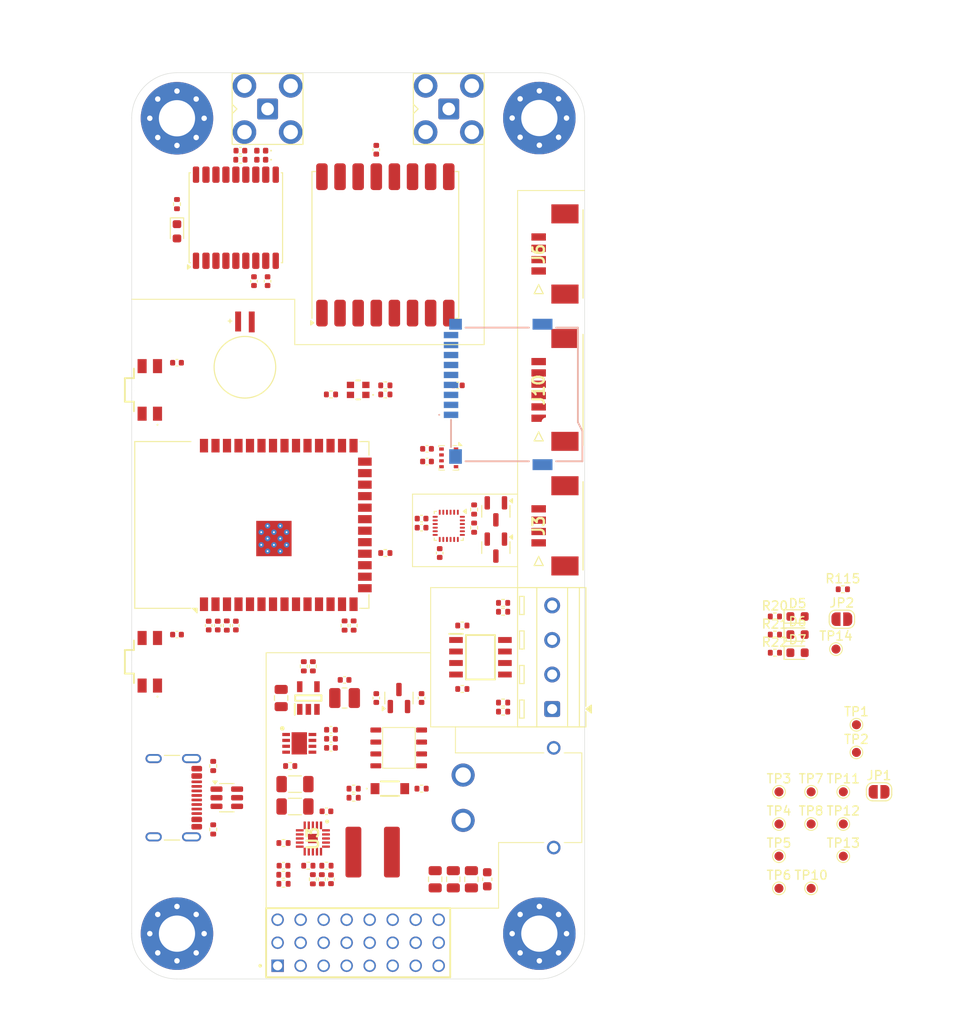
<source format=kicad_pcb>
(kicad_pcb (version 20241229) (generator "pcbnew") (generator_version "9.0")
  (layers (0 "F.Cu" signal) (4 "In1.Cu" signal) (6 "In2.Cu" signal) (2 "B.Cu" signal) (13 "F.Paste" user) (15 "B.Paste" user) (5 "F.SilkS" user "F.Silkscreen") (7 "B.SilkS" user "B.Silkscreen") (1 "F.Mask" user) (3 "B.Mask" user) (25 "Edge.Cuts" user))
  (net 0 "")
  (net 1 "GND")
  (net 2 "+3V3")
  (net 3 "+5V")
  (net 4 "/Digital_Peripherals/REGOUT")
  (net 5 "/Digital_Peripherals/SCL_1V8")
  (net 6 "/Power/VCC")
  (net 7 "/Power/SS_5V")
  (net 8 "/Power/SW_5V")
  (net 9 "/Power/BST_5V")
  (net 10 "/ESP32/EN")
  (net 11 "/ESP32/RST")
  (net 12 "/RF_Peripherals/GPS_LED")
  (net 13 "/RF_Peripherals/LOCK_PULSE")
  (net 14 "/RF_Peripherals/GPS_RF_IN")
  (net 15 "/Power/rvrs_plr")
  (net 16 "SD_CS")
  (net 18 "CARD_DETECT")
  (net 19 "LED_R")
  (net 21 "SCK")
  (net 22 "LED_B")
  (net 23 "TMS")
  (net 26 "TDO")
  (net 28 "/Power/CC1")
  (net 29 "/Power/CC2")
  (net 33 "LED_G")
  (net 34 "MISO")
  (net 35 "MOSI")
  (net 36 "ICM_CS")
  (net 37 "TCK")
  (net 38 "/Power/EN_5V")
  (net 39 "/Power/MODE")
  (net 40 "/Power/PGOOD")
  (net 41 "+1V8")
  (net 42 "/Power/FB_5V")
  (net 43 "TDI")
  (net 44 "+VUSB")
  (net 45 "/ESP32/D-")
  (net 46 "/ESP32/USB_MCU_D-")
  (net 47 "/ESP32/USB_MCU_D+")
  (net 48 "/ESP32/D+")
  (net 49 "CONT_1")
  (net 50 "MSFT_1")
  (net 51 "CONT_2")
  (net 52 "MSFT_2")
  (net 57 "+BATT")
  (net 58 "EXT_CS")
  (net 59 "USB_D+")
  (net 60 "TX")
  (net 61 "USB_D-")
  (net 62 "GPS_INT")
  (net 63 "/Digital_Peripherals/SDA_1V8")
  (net 64 "RX")
  (net 65 "/Power/FB_3V3")
  (net 66 "VBAT")
  (net 67 "LORA_RST")
  (net 69 "SCL")
  (net 78 "+VCC_RF")
  (net 86 "SDA")
  (net 87 "/Power/5V_LED")
  (net 88 "/Power/SW_3V3")
  (net 92 "LORA_CS")
  (net 94 "/RF_Peripherals/LORA_ANT")
  (net 96 "+5V_FILT")
  (net 97 "+BATT_FILT")
  (net 107 "/Actuation Control/GND_PY2")
  (net 108 "/Actuation Control/GND_PY1")
  (net 145 "SERVO_6")
  (net 146 "SERVO_1")
  (net 147 "SERVO_2")
  (net 148 "SERVO_4")
  (net 149 "SERVO_3")
  (net 150 "SERVO_5")
  (net 151 "Net-(U101-ILIM)")
  (net 152 "/RF_Peripherals/GPS_IND")
  (net 155 "SERVO_8")
  (net 156 "SERVO_7")
  (net 157 "/Power/5V_FILT_LED")
  (net 158 "/Power/3V3_LED")
  (net 159 "Net-(U101-STAT)")
  (footprint "CKST0603:CKST0603-1.5uHM" (layer "F.Cu") (at 74.475 136)
    (property "Reference" "L100" (hide yes))
    (property "Value" "1u8")
    (pad "1" smd roundrect (at 0 0) (size 1.75 5.6) (layers "F.Cu" "F.Mask" "F.Paste") (roundrect_rratio 0.15) (net 8 "/Power/SW_5V"))
    (pad "2" smd roundrect (at 4.25 0) (size 1.75 5.6) (layers "F.Cu" "F.Mask" "F.Paste") (roundrect_rratio 0.15) (net 3 "+5V"))
  )
  (footprint "Resistor_SMD:R_0402_1005Metric" (layer "F.Cu") (at 73.5 111 90)
    (property "Reference" "R201" (hide yes))
    (property "Value" "0R")
    (pad "1" smd roundrect (at -0.51 0 90) (size 0.54 0.64) (layers "F.Cu" "F.Mask" "F.Paste") (net 46 "/ESP32/USB_MCU_D-"))
    (pad "2" smd roundrect (at 0.51 0 90) (size 0.54 0.64) (layers "F.Cu" "F.Mask" "F.Paste") (net 45 "/ESP32/D-"))
  )
  (footprint "Resistor_SMD:R_0402_1005Metric" (layer "F.Cu") (at 66.76 135 180)
    (property "Reference" "R105" (hide yes))
    (property "Value" "330k")
    (pad "1" smd roundrect (at -0.51 0 180) (size 0.54 0.64) (layers "F.Cu" "F.Mask" "F.Paste") (net 40 "/Power/PGOOD"))
    (pad "2" smd roundrect (at 0.51 0 180) (size 0.54 0.64) (layers "F.Cu" "F.Mask" "F.Paste") (net 6 "/Power/VCC"))
  )
  (footprint "Capacitor_SMD:C_0402_1005Metric" (layer "F.Cu") (at 82.6 92.9 180)
    (property "Reference" "C39" (hide yes))
    (property "Value" "100n")
    (pad "1" smd roundrect (at -0.48 0 180) (size 0.56 0.62) (layers "F.Cu" "F.Mask" "F.Paste") (net 2 "+3V3"))
    (pad "2" smd roundrect (at 0.48 0 180) (size 0.56 0.62) (layers "F.Cu" "F.Mask" "F.Paste") (net 1 "GND"))
  )
  (footprint "MountingHole:MountingHole_4mm_Pad_Via" (layer "F.Cu") (at 55 145)
    (property "Reference" "H3" (hide yes))
    (property "Value" "MountingHole_Pad")
    (pad "1" thru_hole circle (at -3 0) (size 0.9 0.9) (drill 0.6) (layers "*.Cu" "*.Mask"))
    (pad "1" thru_hole circle (at -2.12132 -2.12132) (size 0.9 0.9) (drill 0.6) (layers "*.Cu" "*.Mask"))
    (pad "1" thru_hole circle (at -2.12132 2.12132) (size 0.9 0.9) (drill 0.6) (layers "*.Cu" "*.Mask"))
    (pad "1" thru_hole circle (at 0 -3) (size 0.9 0.9) (drill 0.6) (layers "*.Cu" "*.Mask"))
    (pad "1" thru_hole circle (at 0 0) (size 8 8) (drill 4) (layers "*.Cu" "*.Mask"))
    (pad "1" thru_hole circle (at 0 3) (size 0.9 0.9) (drill 0.6) (layers "*.Cu" "*.Mask"))
    (pad "1" thru_hole circle (at 2.12132 -2.12132) (size 0.9 0.9) (drill 0.6) (layers "*.Cu" "*.Mask"))
    (pad "1" thru_hole circle (at 2.12132 2.12132) (size 0.9 0.9) (drill 0.6) (layers "*.Cu" "*.Mask"))
    (pad "1" thru_hole circle (at 3 0) (size 0.9 0.9) (drill 0.6) (layers "*.Cu" "*.Mask"))
  )
  (footprint "SamacSys_Parts:NHB2020RGBAHF" (layer "F.Cu") (at 75 85)
    (property "Reference" "D1" (hide yes))
    (property "Value" "NH-B2020RGBA-HF" (hide yes))
    (pad "1" smd rect (at 0.85 0.55 90) (size 0.7 0.8) (layers "F.Cu" "F.Mask" "F.Paste") (net 19 "LED_R"))
    (pad "2" smd rect (at -0.85 0.55 90) (size 0.7 0.8) (layers "F.Cu" "F.Mask" "F.Paste") (net 22 "LED_B"))
    (pad "3" smd rect (at -0.85 -0.55 90) (size 0.7 0.8) (layers "F.Cu" "F.Mask" "F.Paste") (net 2 "+3V3"))
    (pad "4" smd rect (at 0.85 -0.55 90) (size 0.7 0.8) (layers "F.Cu" "F.Mask" "F.Paste") (net 33 "LED_G"))
  )
  (footprint "Package_TO_SOT_SMD:SOT-23" (layer "F.Cu") (at 79.5 119 90)
    (property "Reference" "U103" (hide yes))
    (property "Value" "AP2127N-1.8")
    (pad "1" smd roundrect (at -0.9375 -0.95 90) (size 1.475 0.6) (layers "F.Cu" "F.Mask" "F.Paste") (net 1 "GND"))
    (pad "2" smd roundrect (at -0.9375 0.95 90) (size 1.475 0.6) (layers "F.Cu" "F.Mask" "F.Paste") (net 41 "+1V8"))
    (pad "3" smd roundrect (at 0.9375 0 90) (size 1.475 0.6) (layers "F.Cu" "F.Mask" "F.Paste") (net 2 "+3V3"))
  )
  (footprint "SamacSys_Parts:EVQPUC02K" (layer "F.Cu") (at 52 85 -90)
    (property "Reference" "S3" (hide yes))
    (property "Value" "EVQ-PUC02K" (hide yes))
    (pad "" np_thru_hole circle (at 0 -1.375 270) (size 0.75 0.75) (drill 0.75) (layers "*.Cu" "*.Mask"))
    (pad "" np_thru_hole circle (at 0 1.375 270) (size 0.75 0.75) (drill 0.75) (layers "*.Cu" "*.Mask"))
    (pad "1" smd rect (at 2.625 -0.85) (size 1 1.55) (layers "F.Cu" "F.Mask" "F.Paste"))
    (pad "2" smd rect (at 2.625 0.85) (size 1 1.55) (layers "F.Cu" "F.Mask" "F.Paste") (net 1 "GND"))
    (pad "3" smd rect (at -2.625 -0.85) (size 1 1.55) (layers "F.Cu" "F.Mask" "F.Paste") (net 11 "/ESP32/RST"))
    (pad "4" smd rect (at -2.625 0.85) (size 1 1.55) (layers "F.Cu" "F.Mask" "F.Paste"))
  )
  (footprint "Capacitor_SMD:C_0402_1005Metric" (layer "F.Cu") (at 72 122.5)
    (property "Reference" "C108" (hide yes))
    (property "Value" "100n")
    (pad "1" smd roundrect (at -0.48 0) (size 0.56 0.62) (layers "F.Cu" "F.Mask" "F.Paste") (net 44 "+VUSB"))
    (pad "2" smd roundrect (at 0.48 0) (size 0.56 0.62) (layers "F.Cu" "F.Mask" "F.Paste") (net 1 "GND"))
  )
  (footprint "SMA_Connector:SMA_Connector" (layer "F.Cu") (at 65 54)
    (property "Reference" "J2" (hide yes))
    (property "Value" "~")
    (pad "1" thru_hole roundrect (at 0 0) (size 2.3 2.3) (drill 1.4) (layers "*.Cu" "*.Mask") (roundrect_rratio 0.087) (net 14 "/RF_Peripherals/GPS_RF_IN"))
    (pad "2" thru_hole circle (at -2.55 -2.55) (size 2.6 2.6) (drill 1.6) (layers "*.Cu" "*.Mask") (net 1 "GND"))
    (pad "2" thru_hole circle (at -2.55 2.55) (size 2.6 2.6) (drill 1.6) (layers "*.Cu" "*.Mask") (net 1 "GND"))
    (pad "2" thru_hole circle (at 2.55 -2.55) (size 2.6 2.6) (drill 1.6) (layers "*.Cu" "*.Mask") (net 1 "GND"))
    (pad "2" thru_hole circle (at 2.55 2.55) (size 2.6 2.6) (drill 1.6) (layers "*.Cu" "*.Mask") (net 1 "GND"))
  )
  (footprint "Resistor_SMD:R_0402_1005Metric" (layer "F.Cu") (at 121 112)
    (property "Reference" "R21" (at 0 -1.17 0) (layer "F.SilkS"))
    (property "Value" "4k7")
    (pad "1" smd roundrect (at -0.51 0) (size 0.54 0.64) (layers "F.Cu" "F.Mask" "F.Paste") (net 1 "GND"))
    (pad "2" smd roundrect (at 0.51 0) (size 0.54 0.64) (layers "F.Cu" "F.Mask" "F.Paste") (net 157 "/Power/5V_FILT_LED"))
  )
  (footprint "Resistor_SMD:R_0402_1005Metric" (layer "F.Cu") (at 70 139 -90)
    (property "Reference" "R106" (hide yes))
    (property "Value" "110k")
    (pad "1" smd roundrect (at -0.51 0 270) (size 0.54 0.64) (layers "F.Cu" "F.Mask" "F.Paste") (net 42 "/Power/FB_5V"))
    (pad "2" smd roundrect (at 0.51 0 270) (size 0.54 0.64) (layers "F.Cu" "F.Mask" "F.Paste") (net 3 "+5V"))
  )
  (footprint "Diode_SMD:D_0402_1005Metric" (layer "F.Cu") (at 64.3 58.6 180)
    (property "Reference" "D503490" (hide yes))
    (property "Value" "~")
    (pad "1" smd roundrect (at -0.485 0 180) (size 0.59 0.64) (layers "F.Cu" "F.Mask" "F.Paste") (net 14 "/RF_Peripherals/GPS_RF_IN"))
    (pad "2" smd roundrect (at 0.485 0 180) (size 0.59 0.64) (layers "F.Cu" "F.Mask" "F.Paste") (net 1 "GND"))
  )
  (footprint "SamacSys_Parts:SON65P300X300X100-9N-D" (layer "F.Cu") (at 68.5 124)
    (property "Reference" "U101" (hide yes))
    (property "Value" "TPS2115ADRBR" (hide yes))
    (pad "1" smd rect (at -1.45 -0.975 90) (size 0.35 0.85) (layers "F.Cu" "F.Mask" "F.Paste") (net 159 "Net-(U101-STAT)"))
    (pad "2" smd rect (at -1.45 -0.325 90) (size 0.35 0.85) (layers "F.Cu" "F.Mask" "F.Paste") (net 1 "GND"))
    (pad "3" smd rect (at -1.45 0.325 90) (size 0.35 0.85) (layers "F.Cu" "F.Mask" "F.Paste") (net 44 "+VUSB"))
    (pad "4" smd rect (at -1.45 0.975 90) (size 0.35 0.85) (layers "F.Cu" "F.Mask" "F.Paste") (net 151 "Net-(U101-ILIM)"))
    (pad "5" smd rect (at 1.45 0.975 90) (size 0.35 0.85) (layers "F.Cu" "F.Mask" "F.Paste") (net 1 "GND"))
    (pad "6" smd rect (at 1.45 0.325 90) (size 0.35 0.85) (layers "F.Cu" "F.Mask" "F.Paste") (net 3 "+5V"))
    (pad "7" smd rect (at 1.45 -0.325 90) (size 0.35 0.85) (layers "F.Cu" "F.Mask" "F.Paste") (net 96 "+5V_FILT"))
    (pad "8" smd rect (at 1.45 -0.975 90) (size 0.35 0.85) (layers "F.Cu" "F.Mask" "F.Paste") (net 44 "+VUSB"))
    (pad "9" smd rect (at 0 0) (size 1.7 2.45) (layers "F.Cu" "F.Mask" "F.Paste") (net 1 "GND"))
  )
  (footprint "TestPoint:TestPoint_Pad_D1.0mm" (layer "F.Cu") (at 121.45 136.45)
    (property "Reference" "TP5" (at 0 -1.448 0) (layer "F.SilkS"))
    (property "Value" "TestPoint")
    (pad "1" smd circle (at 0 0) (size 1 1) (layers "F.Cu" "F.Mask") (net 42 "/Power/FB_5V"))
  )
  (footprint "Capacitor_SMD:C_0402_1005Metric" (layer "F.Cu") (at 66.76 137.5 180)
    (property "Reference" "C103" (hide yes))
    (property "Value" "18n")
    (pad "1" smd roundrect (at -0.48 0 180) (size 0.56 0.62) (layers "F.Cu" "F.Mask" "F.Paste") (net 7 "/Power/SS_5V"))
    (pad "2" smd roundrect (at 0.48 0 180) (size 0.56 0.62) (layers "F.Cu" "F.Mask" "F.Paste") (net 1 "GND"))
  )
  (footprint "TestPoint:TestPoint_Pad_D1.0mm" (layer "F.Cu") (at 125 140)
    (property "Reference" "TP10" (at 0 -1.448 0) (layer "F.SilkS"))
    (property "Value" "TestPoint")
    (pad "1" smd circle (at 0 0) (size 1 1) (layers "F.Cu" "F.Mask") (net 44 "+VUSB"))
  )
  (footprint "Resistor_SMD:R_0402_1005Metric" (layer "F.Cu") (at 69.5 137.5)
    (property "Reference" "R107" (hide yes))
    (property "Value" "15k")
    (pad "1" smd roundrect (at -0.51 0) (size 0.54 0.64) (layers "F.Cu" "F.Mask" "F.Paste") (net 1 "GND"))
    (pad "2" smd roundrect (at 0.51 0) (size 0.54 0.64) (layers "F.Cu" "F.Mask" "F.Paste") (net 42 "/Power/FB_5V"))
  )
  (footprint "TestPoint:TestPoint_Pad_D1.0mm" (layer "F.Cu") (at 128.55 132.9)
    (property "Reference" "TP12" (at 0 -1.448 0) (layer "F.SilkS"))
    (property "Value" "TestPoint")
    (pad "1" smd circle (at 0 0) (size 1 1) (layers "F.Cu" "F.Mask") (net 65 "/Power/FB_3V3"))
  )
  (footprint "Capacitor_SMD:C_0603_1608Metric" (layer "F.Cu") (at 89.25 139 -90)
    (property "Reference" "C115" (hide yes))
    (property "Value" "100n")
    (pad "1" smd roundrect (at -0.775 0 270) (size 0.9 0.95) (layers "F.Cu" "F.Mask" "F.Paste") (net 3 "+5V"))
    (pad "2" smd roundrect (at 0.775 0 270) (size 0.9 0.95) (layers "F.Cu" "F.Mask" "F.Paste") (net 1 "GND"))
  )
  (footprint "Inductor_SMD:L_1008_2520Metric" (layer "F.Cu") (at 73.5 119)
    (property "Reference" "L101" (hide yes))
    (property "Value" "2u2")
    (pad "1" smd roundrect (at -1.075 0) (size 1.25 2.2) (layers "F.Cu" "F.Mask" "F.Paste") (roundrect_rratio 0.2) (net 88 "/Power/SW_3V3"))
    (pad "2" smd roundrect (at 1.075 0) (size 1.25 2.2) (layers "F.Cu" "F.Mask" "F.Paste") (roundrect_rratio 0.2) (net 2 "+3V3"))
  )
  (footprint "SI4825DDY-T1-GE3:SI4825DDY-T1-GE3" (layer "F.Cu") (at 79.5 124.5 -90)
    (property "Reference" "U1" (hide yes))
    (property "Value" "SI4825DDY-T1-GE3")
    (pad "1" smd roundrect (at -1.9705 -2.503 270) (size 0.559 1.194) (layers "F.Cu" "F.Mask" "F.Paste") (roundrect_rratio 0.15) (net 57 "+BATT"))
    (pad "2" smd roundrect (at -0.6405 -2.503 270) (size 0.559 1.194) (layers "F.Cu" "F.Mask" "F.Paste") (roundrect_rratio 0.15) (net 57 "+BATT"))
    (pad "3" smd roundrect (at 0.6695 -2.503 270) (size 0.559 1.194) (layers "F.Cu" "F.Mask" "F.Paste") (roundrect_rratio 0.15) (net 57 "+BATT"))
    (pad "4" smd roundrect (at 1.9795 -2.503 270) (size 0.559 1.194) (layers "F.Cu" "F.Mask" "F.Paste") (roundrect_rratio 0.15) (net 15 "/Power/rvrs_plr"))
    (pad "5" smd roundrect (at -1.9705 2.551 270) (size 0.559 1.194) (layers "F.Cu" "F.Mask" "F.Paste") (roundrect_rratio 0.15) (net 97 "+BATT_FILT"))
    (pad "6" smd roundrect (at -0.6405 2.551 270) (size 0.559 1.194) (layers "F.Cu" "F.Mask" "F.Paste") (roundrect_rratio 0.15) (net 97 "+BATT_FILT"))
    (pad "7" smd roundrect (at 0.6695 2.551 270) (size 0.559 1.194) (layers "F.Cu" "F.Paste") (roundrect_rratio 0.15) (net 97 "+BATT_FILT"))
    (pad "8" smd roundrect (at 1.9795 2.551 270) (size 0.559 1.194) (layers "F.Cu" "F.Mask" "F.Paste") (roundrect_rratio 0.15) (net 97 "+BATT_FILT"))
  )
  (footprint "Resistor_SMD:R_0402_1005Metric" (layer "F.Cu") (at 71.5 137.5)
    (property "Reference" "R103" (hide yes))
    (property "Value" "180k")
    (pad "1" smd roundrect (at -0.51 0) (size 0.54 0.64) (layers "F.Cu" "F.Mask" "F.Paste") (net 39 "/Power/MODE"))
    (pad "2" smd roundrect (at 0.51 0) (size 0.54 0.64) (layers "F.Cu" "F.Mask" "F.Paste") (net 6 "/Power/VCC"))
  )
  (footprint "MountingHole:MountingHole_4mm_Pad_Via" (layer "F.Cu") (at 95 145)
    (property "Reference" "H4" (hide yes))
    (property "Value" "MountingHole_Pad")
    (pad "1" thru_hole circle (at -3 0) (size 0.9 0.9) (drill 0.6) (layers "*.Cu" "*.Mask"))
    (pad "1" thru_hole circle (at -2.12132 -2.12132) (size 0.9 0.9) (drill 0.6) (layers "*.Cu" "*.Mask"))
    (pad "1" thru_hole circle (at -2.12132 2.12132) (size 0.9 0.9) (drill 0.6) (layers "*.Cu" "*.Mask"))
    (pad "1" thru_hole circle (at 0 -3) (size 0.9 0.9) (drill 0.6) (layers "*.Cu" "*.Mask"))
    (pad "1" thru_hole circle (at 0 0) (size 8 8) (drill 4) (layers "*.Cu" "*.Mask"))
    (pad "1" thru_hole circle (at 0 3) (size 0.9 0.9) (drill 0.6) (layers "*.Cu" "*.Mask"))
    (pad "1" thru_hole circle (at 2.12132 -2.12132) (size 0.9 0.9) (drill 0.6) (layers "*.Cu" "*.Mask"))
    (pad "1" thru_hole circle (at 2.12132 2.12132) (size 0.9 0.9) (drill 0.6) (layers "*.Cu" "*.Mask"))
    (pad "1" thru_hole circle (at 3 0) (size 0.9 0.9) (drill 0.6) (layers "*.Cu" "*.Mask"))
  )
  (footprint "Resistor_SMD:R_0402_1005Metric" (layer "F.Cu") (at 74.5 130 180)
    (property "Reference" "R114" (hide yes))
    (property "Value" "22k")
    (pad "1" smd roundrect (at -0.51 0 180) (size 0.54 0.64) (layers "F.Cu" "F.Mask" "F.Paste") (net 1 "GND"))
    (pad "2" smd roundrect (at 0.51 0 180) (size 0.54 0.64) (layers "F.Cu" "F.Mask" "F.Paste") (net 66 "VBAT"))
  )
  (footprint "Resistor_SMD:R_0402_1005Metric" (layer "F.Cu") (at 82 129 180)
    (property "Reference" "R100" (hide yes))
    (property "Value" "100k")
    (pad "1" smd roundrect (at -0.51 0 180) (size 0.54 0.64) (layers "F.Cu" "F.Mask" "F.Paste") (net 1 "GND"))
    (pad "2" smd roundrect (at 0.51 0 180) (size 0.54 0.64) (layers "F.Cu" "F.Mask" "F.Paste") (net 15 "/Power/rvrs_plr"))
  )
  (footprint "Capacitor_SMD:C_0402_1005Metric" (layer "F.Cu") (at 72 124.5)
    (property "Reference" "C109" (hide yes))
    (property "Value" "100n")
    (pad "1" smd roundrect (at -0.48 0) (size 0.56 0.62) (layers "F.Cu" "F.Mask" "F.Paste") (net 3 "+5V"))
    (pad "2" smd roundrect (at 0.48 0) (size 0.56 0.62) (layers "F.Cu" "F.Mask" "F.Paste") (net 1 "GND"))
  )
  (footprint "Resistor_SMD:R_0402_1005Metric" (layer "F.Cu") (at 72 85.5)
    (property "Reference" "R36" (hide yes))
    (property "Value" "100R")
    (pad "1" smd roundrect (at -0.51 0) (size 0.54 0.64) (layers "F.Cu" "F.Mask" "F.Paste") (net 1 "GND"))
    (pad "2" smd roundrect (at 0.51 0) (size 0.54 0.64) (layers "F.Cu" "F.Mask" "F.Paste") (net 22 "LED_B"))
  )
  (footprint "TestPoint:TestPoint_Pad_D1.0mm" (layer "F.Cu") (at 127.7425 113.6)
    (property "Reference" "TP14" (at 0 -1.448 0) (layer "F.SilkS"))
    (property "Value" "TestPoint")
    (pad "1" smd circle (at 0 0) (size 1 1) (layers "F.Cu" "F.Mask") (net 159 "Net-(U101-STAT)"))
  )
  (footprint "Capacitor_SMD:C_0805_2012Metric" (layer "F.Cu") (at 87.5 139 -90)
    (property "Reference" "C106" (hide yes))
    (property "Value" "22u")
    (pad "1" smd roundrect (at -0.95 0 270) (size 1 1.45) (layers "F.Cu" "F.Mask" "F.Paste") (net 3 "+5V"))
    (pad "2" smd roundrect (at 0.95 0 270) (size 1 1.45) (layers "F.Cu" "F.Mask" "F.Paste") (net 1 "GND"))
  )
  (footprint "Resistor_SMD:R_0402_1005Metric" (layer "F.Cu") (at 74.5 129)
    (property "Reference" "R113" (hide yes))
    (property "Value" "220k")
    (pad "1" smd roundrect (at -0.51 0) (size 0.54 0.64) (layers "F.Cu" "F.Mask" "F.Paste") (net 66 "VBAT"))
    (pad "2" smd roundrect (at 0.51 0) (size 0.54 0.64) (layers "F.Cu" "F.Mask" "F.Paste") (net 97 "+BATT_FILT"))
  )
  (footprint "TestPoint:TestPoint_Pad_D1.0mm" (layer "F.Cu") (at 125 132.9)
    (property "Reference" "TP8" (at 0 -1.448 0) (layer "F.SilkS"))
    (property "Value" "TestPoint")
    (pad "1" smd circle (at 0 0) (size 1 1) (layers "F.Cu" "F.Mask") (net 96 "+5V_FILT"))
  )
  (footprint "SamacSys_Parts:SOIC127P600X170-8N" (layer "F.Cu") (at 88.5 114.5)
    (property "Reference" "U400" (hide yes))
    (property "Value" "DMN6040SSD-13" (hide yes))
    (pad "1" smd rect (at -2.7 -1.905 90) (size 0.65 1.5) (layers "F.Cu" "F.Mask" "F.Paste") (net 1 "GND"))
    (pad "2" smd rect (at -2.7 -0.635 90) (size 0.65 1.5) (layers "F.Cu" "F.Mask" "F.Paste") (net 50 "MSFT_1"))
    (pad "3" smd rect (at -2.7 0.635 90) (size 0.65 1.5) (layers "F.Cu" "F.Mask" "F.Paste") (net 1 "GND"))
    (pad "4" smd rect (at -2.7 1.905 90) (size 0.65 1.5) (layers "F.Cu" "F.Mask" "F.Paste") (net 52 "MSFT_2"))
    (pad "5" smd rect (at 2.7 1.905 90) (size 0.65 1.5) (layers "F.Cu" "F.Mask" "F.Paste") (net 107 "/Actuation Control/GND_PY2"))
    (pad "6" smd rect (at 2.7 0.635 90) (size 0.65 1.5) (layers "F.Cu" "F.Mask" "F.Paste") (net 107 "/Actuation Control/GND_PY2"))
    (pad "7" smd rect (at 2.7 -0.635 90) (size 0.65 1.5) (layers "F.Cu" "F.Mask" "F.Paste") (net 108 "/Actuation Control/GND_PY1"))
    (pad "8" smd rect (at 2.7 -1.905 90) (size 0.65 1.5) (layers "F.Cu" "F.Mask" "F.Paste") (net 108 "/Actuation Control/GND_PY1"))
  )
  (footprint "SamacSys_Parts:532617004" (layer "F.Cu") (at 94.9246 70 90)
    (property "Reference" "J6" (at 0 0 90) (layer "F.SilkS") (effects (font (size 1.27 1.27) (thickness 0.254))))
    (property "Value" "532617004" (hide yes))
    (pad "1" smd rect (at -1.875 0 90) (size 0.8 1.6) (layers "F.Cu" "F.Mask" "F.Paste") (net 37 "TCK"))
    (pad "2" smd rect (at -0.625 0 90) (size 0.8 1.6) (layers "F.Cu" "F.Mask" "F.Paste") (net 26 "TDO"))
    (pad "3" smd rect (at 0.625 0 90) (size 0.8 1.6) (layers "F.Cu" "F.Mask" "F.Paste") (net 43 "TDI"))
    (pad "4" smd rect (at 1.875 0 90) (size 0.8 1.6) (layers "F.Cu" "F.Mask" "F.Paste") (net 23 "TMS"))
    (pad "5" smd rect (at -4.425 2.9 90) (size 2.1 3) (layers "F.Cu" "F.Mask" "F.Paste"))
    (pad "6" smd rect (at 4.425 2.9 90) (size 2.1 3) (layers "F.Cu" "F.Mask" "F.Paste"))
  )
  (footprint "SamacSys_Parts:QFN45P300X300X100-21N-D" (layer "F.Cu") (at 70 134.5 -90)
    (property "Reference" "U3" (at 0 0 90) (layer "F.SilkS") (effects (font (size 1.27 1.27) (thickness 0.254))))
    (property "Value" "TPS56C230RJER" (hide yes))
    (pad "1" smd rect (at -1.45 -0.9) (size 0.25 0.85) (layers "F.Cu" "F.Mask" "F.Paste") (net 9 "/Power/BST_5V"))
    (pad "2" smd rect (at -1.45 -0.45) (size 0.25 0.85) (layers "F.Cu" "F.Mask" "F.Paste") (net 97 "+BATT_FILT"))
    (pad "3" smd rect (at -1.45 0) (size 0.25 0.85) (layers "F.Cu" "F.Mask" "F.Paste") (net 97 "+BATT_FILT"))
    (pad "4" smd rect (at -1.45 0.45) (size 0.25 0.85) (layers "F.Cu" "F.Mask" "F.Paste") (net 97 "+BATT_FILT"))
    (pad "5" smd rect (at -1.45 0.9) (size 0.25 0.85) (layers "F.Cu" "F.Mask" "F.Paste") (net 97 "+BATT_FILT"))
    (pad "6" smd rect (at -0.9 1.45 270) (size 0.25 0.85) (layers "F.Cu" "F.Mask" "F.Paste") (net 8 "/Power/SW_5V"))
    (pad "7" smd rect (at -0.45 1.45 270) (size 0.25 0.85) (layers "F.Cu" "F.Mask" "F.Paste") (net 1 "GND"))
    (pad "8" smd rect (at 0 1.45 270) (size 0.25 0.85) (layers "F.Cu" "F.Mask" "F.Paste") (net 1 "GND"))
    (pad "9" smd rect (at 0.45 1.45 270) (size 0.25 0.85) (layers "F.Cu" "F.Mask" "F.Paste") (net 40 "/Power/PGOOD"))
    (pad "10" smd rect (at 0.9 1.45 270) (size 0.25 0.85) (layers "F.Cu" "F.Mask" "F.Paste") (net 1 "GND"))
    (pad "11" smd rect (at 1.45 0.9) (size 0.25 0.85) (layers "F.Cu" "F.Mask" "F.Paste") (net 7 "/Power/SS_5V"))
    (pad "12" smd rect (at 1.45 0.45) (size 0.25 0.85) (layers "F.Cu" "F.Mask" "F.Paste") (net 38 "/Power/EN_5V"))
    (pad "13" smd rect (at 1.45 0) (size 0.25 0.85) (layers "F.Cu" "F.Mask" "F.Paste") (net 1 "GND"))
    (pad "14" smd rect (at 1.45 -0.45) (size 0.25 0.85) (layers "F.Cu" "F.Mask" "F.Paste") (net 42 "/Power/FB_5V"))
    (pad "15" smd rect (at 1.45 -0.9) (size 0.25 0.85) (layers "F.Cu" "F.Mask" "F.Paste") (net 39 "/Power/MODE"))
    (pad "16" smd rect (at 0.9 -1.45 270) (size 0.25 0.85) (layers "F.Cu" "F.Mask" "F.Paste") (net 1 "GND"))
    (pad "17" smd rect (at 0.45 -1.45 270) (size 0.25 0.85) (layers "F.Cu" "F.Mask" "F.Paste") (net 6 "/Power/VCC"))
    (pad "18" smd rect (at 0 -1.45 270) (size 0.25 0.85) (layers "F.Cu" "F.Mask" "F.Paste") (net 1 "GND"))
    (pad "19" smd rect (at -0.45 -1.45 270) (size 0.25 0.85) (layers "F.Cu" "F.Mask" "F.Paste") (net 8 "/Power/SW_5V"))
    (pad "20" smd rect (at -0.9 -1.45 270) (size 0.25 0.85) (layers "F.Cu" "F.Mask" "F.Paste") (net 8 "/Power/SW_5V"))
    (pad "21" smd rect (at 0 0 270) (size 1.026 1.075) (layers "F.Cu" "F.Mask" "F.Paste") (net 1 "GND"))
  )
  (footprint "Capacitor_SMD:C_0402_1005Metric" (layer "F.Cu") (at 82 99.2 180)
    (property "Reference" "C42" (hide yes))
    (property "Value" "100n")
    (pad "1" smd roundrect (at -0.48 0 180) (size 0.56 0.62) (layers "F.Cu" "F.Mask" "F.Paste") (net 41 "+1V8"))
    (pad "2" smd roundrect (at 0.48 0 180) (size 0.56 0.62) (layers "F.Cu" "F.Mask" "F.Paste") (net 1 "GND"))
  )
  (footprint "Capacitor_SMD:C_0402_1005Metric" (layer "F.Cu") (at 77 119 -90)
    (property "Reference" "C113" (hide yes))
    (property "Value" "1u")
    (pad "1" smd roundrect (at -0.48 0 270) (size 0.56 0.62) (layers "F.Cu" "F.Mask" "F.Paste") (net 2 "+3V3"))
    (pad "2" smd roundrect (at 0.48 0 270) (size 0.56 0.62) (layers "F.Cu" "F.Mask" "F.Paste") (net 1 "GND"))
  )
  (footprint "Capacitor_SMD:C_0402_1005Metric" (layer "F.Cu") (at 55 82)
    (property "Reference" "C203" (hide yes))
    (property "Value" "100n")
    (pad "1" smd roundrect (at -0.48 0) (size 0.56 0.62) (layers "F.Cu" "F.Mask" "F.Paste") (net 11 "/ESP32/RST"))
    (pad "2" smd roundrect (at 0.48 0) (size 0.56 0.62) (layers "F.Cu" "F.Mask" "F.Paste") (net 1 "GND"))
  )
  (footprint "TestPoint:TestPoint_Pad_D1.0mm" (layer "F.Cu") (at 121.45 132.9)
    (property "Reference" "TP4" (at 0 -1.448 0) (layer "F.SilkS"))
    (property "Value" "TestPoint")
    (pad "1" smd circle (at 0 0) (size 1 1) (layers "F.Cu" "F.Mask") (net 38 "/Power/EN_5V"))
  )
  (footprint "Capacitor_SMD:C_0805_2012Metric" (layer "F.Cu") (at 85.5 139 -90)
    (property "Reference" "C107" (hide yes))
    (property "Value" "22u")
    (pad "1" smd roundrect (at -0.95 0 270) (size 1 1.45) (layers "F.Cu" "F.Mask" "F.Paste") (net 3 "+5V"))
    (pad "2" smd roundrect (at 0.95 0 270) (size 1 1.45) (layers "F.Cu" "F.Mask" "F.Paste") (net 1 "GND"))
  )
  (footprint "Capacitor_SMD:C_0805_2012Metric" (layer "F.Cu") (at 66.5 119 90)
    (property "Reference" "C111" (hide yes))
    (property "Value" "4u7")
    (pad "1" smd roundrect (at -0.95 0 90) (size 1 1.45) (layers "F.Cu" "F.Mask" "F.Paste") (net 96 "+5V_FILT"))
    (pad "2" smd roundrect (at 0.95 0 90) (size 1 1.45) (layers "F.Cu" "F.Mask" "F.Paste") (net 1 "GND"))
  )
  (footprint "SAMTEC_TSW-108-07-G-T:SAMTEC_TSW-108-07-G-T" (layer "F.Cu") (at 75 146)
    (property "Reference" "J5" (hide yes))
    (property "Value" "TSW-108-07-G-T")
    (pad "01" thru_hole rect (at -8.89 2.54) (size 1.37 1.37) (drill 1.02) (layers "*.Cu" "*.Mask") (net 1 "GND"))
    (pad "02" thru_hole circle (at -8.89 0) (size 1.37 1.37) (drill 1.02) (layers "*.Cu" "*.Mask") (net 3 "+5V"))
    (pad "03" thru_hole circle (at -8.89 -2.54) (size 1.37 1.37) (drill 1.02) (layers "*.Cu" "*.Mask") (net 146 "SERVO_1"))
    (pad "04" thru_hole circle (at -6.35 2.54) (size 1.37 1.37) (drill 1.02) (layers "*.Cu" "*.Mask") (net 1 "GND"))
    (pad "05" thru_hole circle (at -6.35 0) (size 1.37 1.37) (drill 1.02) (layers "*.Cu" "*.Mask") (net 3 "+5V"))
    (pad "06" thru_hole circle (at -6.35 -2.54) (size 1.37 1.37) (drill 1.02) (layers "*.Cu" "*.Mask") (net 147 "SERVO_2"))
    (pad "07" thru_hole circle (at -3.81 2.54) (size 1.37 1.37) (drill 1.02) (layers "*.Cu" "*.Mask") (net 1 "GND"))
    (pad "08" thru_hole circle (at -3.81 0) (size 1.37 1.37) (drill 1.02) (layers "*.Cu" "*.Mask") (net 3 "+5V"))
    (pad "09" thru_hole circle (at -3.81 -2.54) (size 1.37 1.37) (drill 1.02) (layers "*.Cu" "*.Mask") (net 149 "SERVO_3"))
    (pad "10" thru_hole circle (at -1.27 2.54) (size 1.37 1.37) (drill 1.02) (layers "*.Cu" "*.Mask") (net 1 "GND"))
    (pad "11" thru_hole circle (at -1.27 0) (size 1.37 1.37) (drill 1.02) (layers "*.Cu" "*.Mask") (net 3 "+5V"))
    (pad "12" thru_hole circle (at -1.27 -2.54) (size 1.37 1.37) (drill 1.02) (layers "*.Cu" "*.Mask") (net 148 "SERVO_4"))
    (pad "13" thru_hole circle (at 1.27 2.54) (size 1.37 1.37) (drill 1.02) (layers "*.Cu" "*.Mask") (net 1 "GND"))
    (pad "14" thru_hole circle (at 1.27 0) (size 1.37 1.37) (drill 1.02) (layers "*.Cu" "*.Mask") (net 3 "+5V"))
    (pad "15" thru_hole circle (at 1.27 -2.54) (size 1.37 1.37) (drill 1.02) (layers "*.Cu" "*.Mask") (net 150 "SERVO_5"))
    (pad "16" thru_hole circle (at 3.81 2.54) (size 1.37 1.37) (drill 1.02) (layers "*.Cu" "*.Mask") (net 1 "GND"))
    (pad "17" thru_hole circle (at 3.81 0) (size 1.37 1.37) (drill 1.02) (layers "*.Cu" "*.Mask") (net 3 "+5V"))
    (pad "18" thru_hole circle (at 3.81 -2.54) (size 1.37 1.37) (drill 1.02) (layers "*.Cu" "*.Mask") (net 145 "SERVO_6"))
    (pad "19" thru_hole circle (at 6.35 2.54) (size 1.37 1.37) (drill 1.02) (layers "*.Cu" "*.Mask") (net 1 "GND"))
    (pad "20" thru_hole circle (at 6.35 0) (size 1.37 1.37) (drill 1.02) (layers "*.Cu" "*.Mask") (net 3 "+5V"))
    (pad "21" thru_hole circle (at 6.35 -2.54) (size 1.37 1.37) (drill 1.02) (layers "*.Cu" "*.Mask") (net 156 "SERVO_7"))
    (pad "22" thru_hole circle (at 8.89 2.54) (size 1.37 1.37) (drill 1.02) (layers "*.Cu" "*.Mask") (net 1 "GND"))
    (pad "23" thru_hole circle (at 8.89 0) (size 1.37 1.37) (drill 1.02) (layers "*.Cu" "*.Mask") (net 3 "+5V"))
    (pad "24" thru_hole circle (at 8.89 -2.54) (size 1.37 1.37) (drill 1.02) (layers "*.Cu" "*.Mask") (net 155 "SERVO_8"))
  )
  (footprint "Capacitor_SMD:C_0402_1005Metric" (layer "F.Cu") (at 71.5 131.5)
    (property "Reference" "C104" (hide yes))
    (property "Value" "100n")
    (pad "1" smd roundrect (at -0.48 0) (size 0.56 0.62) (layers "F.Cu" "F.Mask" "F.Paste") (net 9 "/Power/BST_5V"))
    (pad "2" smd roundrect (at 0.48 0) (size 0.56 0.62) (layers "F.Cu" "F.Mask" "F.Paste") (net 8 "/Power/SW_5V"))
  )
  (footprint "Resistor_SMD:R_0402_1005Metric" (layer "F.Cu") (at 78 85.5 180)
    (property "Reference" "R38" (hide yes))
    (property "Value" "270R")
    (pad "1" smd roundrect (at -0.51 0 180) (size 0.54 0.64) (layers "F.Cu" "F.Mask" "F.Paste") (net 1 "GND"))
    (pad "2" smd roundrect (at 0.51 0 180) (size 0.54 0.64) (layers "F.Cu" "F.Mask" "F.Paste") (net 19 "LED_R"))
  )
  (footprint "Capacitor_SMD:C_0402_1005Metric" (layer "F.Cu") (at 65 73 -90)
    (property "Reference" "C22" (hide yes))
    (property "Value" "100n")
    (pad "1" smd roundrect (at -0.48 0 270) (size 0.56 0.62) (layers "F.Cu" "F.Mask" "F.Paste") (net 2 "+3V3"))
    (pad "2" smd roundrect (at 0.48 0 270) (size 0.56 0.62) (layers "F.Cu" "F.Mask" "F.Paste") (net 1 "GND"))
  )
  (footprint "Capacitor_SMD:C_1206_3216Metric" (layer "F.Cu") (at 68.025 128.5 180)
    (property "Reference" "C102" (hide yes))
    (property "Value" "22u")
    (pad "1" smd roundrect (at -1.475 0 180) (size 1.15 1.8) (layers "F.Cu" "F.Mask" "F.Paste") (roundrect_rratio 0.217391) (net 97 "+BATT_FILT"))
    (pad "2" smd roundrect (at 1.475 0 180) (size 1.15 1.8) (layers "F.Cu" "F.Mask" "F.Paste") (roundrect_rratio 0.217391) (net 1 "GND"))
  )
  (footprint "SamacSys_Parts:532617006" (layer "F.Cu") (at 94.9246 85 90)
    (property "Reference" "J10" (at 0 0 90) (layer "F.SilkS") (effects (font (size 1.27 1.27) (thickness 0.254))))
    (property "Value" "532617006" (hide yes))
    (pad "1" smd rect (at -3.125 0 90) (size 0.8 1.6) (layers "F.Cu" "F.Mask" "F.Paste") (net 2 "+3V3"))
    (pad "2" smd rect (at -1.875 0 90) (size 0.8 1.6) (layers "F.Cu" "F.Mask" "F.Paste") (net 35 "MOSI"))
    (pad "3" smd rect (at -0.625 0 90) (size 0.8 1.6) (layers "F.Cu" "F.Mask" "F.Paste") (net 34 "MISO"))
    (pad "4" smd rect (at 0.625 0 90) (size 0.8 1.6) (layers "F.Cu" "F.Mask" "F.Paste") (net 21 "SCK"))
    (pad "5" smd rect (at 1.875 0 90) (size 0.8 1.6) (layers "F.Cu" "F.Mask" "F.Paste") (net 58 "EXT_CS"))
    (pad "6" smd rect (at 3.125 0 90) (size 0.8 1.6) (layers "F.Cu" "F.Mask" "F.Paste") (net 1 "GND"))
    (pad "7" smd rect (at -5.675 2.9 90) (size 2.1 3) (layers "F.Cu" "F.Mask" "F.Paste"))
    (pad "8" smd rect (at 5.675 2.9 90) (size 2.1 3) (layers "F.Cu" "F.Mask" "F.Paste"))
  )
  (footprint "RF_GPS:ublox_MAX" (layer "F.Cu") (at 61.5 66 90)
    (property "Reference" "U13" (hide yes))
    (property "Value" "MAX-M10S")
    (pad "1" smd roundrect (at -4.75 -4.4 90) (size 1.8 0.7) (layers "F.Cu" "F.Mask" "F.Paste") (net 1 "GND"))
    (pad "2" smd roundrect (at -4.75 -3.3 90) (size 1.8 0.8) (layers "F.Cu" "F.Mask" "F.Paste") (net 64 "RX"))
    (pad "3" smd roundrect (at -4.75 -2.2 90) (size 1.8 0.8) (layers "F.Cu" "F.Mask" "F.Paste") (net 60 "TX"))
    (pad "4" smd roundrect (at -4.75 -1.1 90) (size 1.8 0.8) (layers "F.Cu" "F.Mask" "F.Paste") (net 13 "/RF_Peripherals/LOCK_PULSE"))
    (pad "5" smd roundrect (at -4.75 0 90) (size 1.8 0.8) (layers "F.Cu" "F.Mask" "F.Paste") (net 62 "GPS_INT"))
    (pad "6" smd roundrect (at -4.75 1.1 90) (size 1.8 0.8) (layers "F.Cu" "F.Mask" "F.Paste"))
    (pad "7" smd roundrect (at -4.75 2.2 90) (size 1.8 0.8) (layers "F.Cu" "F.Mask" "F.Paste") (net 2 "+3V3"))
    (pad "8" smd roundrect (at -4.75 3.3 90) (size 1.8 0.8) (layers "F.Cu" "F.Mask" "F.Paste") (net 2 "+3V3"))
    (pad "9" smd roundrect (at -4.75 4.4 90) (size 1.8 0.7) (layers "F.Cu" "F.Mask" "F.Paste"))
    (pad "10" smd roundrect (at 4.75 4.4 90) (size 1.8 0.7) (layers "F.Cu" "F.Mask" "F.Paste") (net 1 "GND"))
    (pad "11" smd roundrect (at 4.75 3.3 90) (size 1.8 0.8) (layers "F.Cu" "F.Mask" "F.Paste") (net 14 "/RF_Peripherals/GPS_RF_IN"))
    (pad "12" smd roundrect (at 4.75 2.2 90) (size 1.8 0.8) (layers "F.Cu" "F.Mask" "F.Paste") (net 1 "GND"))
    (pad "13" smd roundrect (at 4.75 1.1 90) (size 1.8 0.8) (layers "F.Cu" "F.Mask" "F.Paste"))
    (pad "14" smd roundrect (at 4.75 0 90) (size 1.8 0.8) (layers "F.Cu" "F.Mask" "F.Paste") (net 78 "+VCC_RF"))
    (pad "15" smd roundrect (at 4.75 -1.1 90) (size 1.8 0.8) (layers "F.Cu" "F.Mask" "F.Paste"))
    (pad "16" smd roundrect (at 4.75 -2.2 90) (size 1.8 0.8) (layers "F.Cu" "F.Mask" "F.Paste"))
    (pad "17" smd roundrect (at 4.75 -3.3 90) (size 1.8 0.8) (layers "F.Cu" "F.Mask" "F.Paste"))
    (pad "18" smd roundrect (at 4.75 -4.4 90) (size 1.8 0.7) (layers "F.Cu" "F.Mask" "F.Paste"))
  )
  (footprint "TestPoint:TestPoint_Pad_D1.0mm" (layer "F.Cu") (at 128.55 136.45)
    (property "Reference" "TP13" (at 0 -1.448 0) (layer "F.SilkS"))
    (property "Value" "TestPoint")
    (pad "1" smd circle (at 0 0) (size 1 1) (layers "F.Cu" "F.Mask") (net 2 "+3V3"))
  )
  (footprint "Connector_USB:USB_C_Receptacle_GCT_USB4105-xx-A_16P_TopMnt_Horizontal" (layer "F.Cu") (at 53.5 130 -90)
    (property "Reference" "J101" (hide yes))
    (property "Value" "USB_C_Receptacle_USB2.0_16P")
    (pad "" np_thru_hole circle (at -2.89 -2.605 270) (size 0.65 0.65) (drill 0.65) (layers "*.Cu" "*.Mask"))
    (pad "" np_thru_hole circle (at 2.89 -2.605 270) (size 0.65 0.65) (drill 0.65) (layers "*.Cu" "*.Mask"))
    (pad "A1" smd roundrect (at -3.2 -3.68 270) (size 0.6 1.15) (layers "F.Cu" "F.Mask" "F.Paste") (net 1 "GND"))
    (pad "A4" smd roundrect (at -2.4 -3.68 270) (size 0.6 1.15) (layers "F.Cu" "F.Mask" "F.Paste") (net 44 "+VUSB"))
    (pad "A5" smd roundrect (at -1.25 -3.68 270) (size 0.3 1.15) (layers "F.Cu" "F.Mask" "F.Paste") (net 28 "/Power/CC1"))
    (pad "A6" smd roundrect (at -0.25 -3.68 270) (size 0.3 1.15) (layers "F.Cu" "F.Mask" "F.Paste") (net 59 "USB_D+"))
    (pad "A7" smd roundrect (at 0.25 -3.68 270) (size 0.3 1.15) (layers "F.Cu" "F.Mask" "F.Paste") (net 61 "USB_D-"))
    (pad "A8" smd roundrect (at 1.25 -3.68 270) (size 0.3 1.15) (layers "F.Cu" "F.Mask" "F.Paste"))
    (pad "A9" smd roundrect (at 2.4 -3.68 270) (size 0.6 1.15) (layers "F.Cu" "F.Mask" "F.Paste") (net 44 "+VUSB"))
    (pad "A12" smd roundrect (at 3.2 -3.68 270) (size 0.6 1.15) (layers "F.Cu" "F.Mask" "F.Paste") (net 1 "GND"))
    (pad "B1" smd roundrect (at 3.2 -3.68 270) (size 0.6 1.15) (layers "F.Cu" "F.Mask" "F.Paste") (net 1 "GND"))
    (pad "B4" smd roundrect (at 2.4 -3.68 270) (size 0.6 1.15) (layers "F.Cu" "F.Mask" "F.Paste") (net 44 "+VUSB"))
    (pad "B5" smd roundrect (at 1.75 -3.68 270) (size 0.3 1.15) (layers "F.Cu" "F.Mask" "F.Paste") (net 29 "/Power/CC2"))
    (pad "B6" smd roundrect (at 0.75 -3.68 270) (size 0.3 1.15) (layers "F.Cu" "F.Mask" "F.Paste") (net 59 "USB_D+"))
    (pad "B7" smd roundrect (at -0.75 -3.68 270) (size 0.3 1.15) (layers "F.Cu" "F.Mask" "F.Paste") (net 61 "USB_D-"))
    (pad "B8" smd roundrect (at -1.75 -3.68 270) (size 0.3 1.15) (layers "F.Cu" "F.Mask" "F.Paste"))
    (pad "B9" smd roundrect (at -2.4 -3.68 270) (size 0.6 1.15) (layers "F.Cu" "F.Mask" "F.Paste") (net 44 "+VUSB"))
    (pad "B12" smd roundrect (at -3.2 -3.68 270) (size 0.6 1.15) (layers "F.Cu" "F.Mask" "F.Paste") (net 1 "GND"))
    (pad "S1" thru_hole oval (at -4.32 -3.105 270) (size 1 2.1) (drill oval 0.6 1.7) (property pad_prop_heatsink) (layers "*.Cu" "*.Mask" "F.Paste"))
    (pad "S1" thru_hole oval (at -4.32 1.075 270) (size 1 1.8) (drill oval 0.6 1.4) (property pad_prop_heatsink) (layers "*.Cu" "*.Mask" "F.Paste"))
    (pad "S1" thru_hole oval (at 4.32 -3.105 270) (size 1 2.1) (drill oval 0.6 1.7) (property pad_prop_heatsink) (layers "*.Cu" "*.Mask" "F.Paste"))
    (pad "S1" thru_hole oval (at 4.32 1.075 270) (size 1 1.8) (drill oval 0.6 1.4) (property pad_prop_heatsink) (layers "*.Cu" "*.Mask" "F.Paste"))
  )
  (footprint "TerminalBlock_MetzConnect:TerminalBlock_MetzConnect_Type086_RT03404HBLC_1x04_P3.81mm_Horizontal" (layer "F.Cu") (at 96.4175 120.215 90)
    (property "Reference" "J400" (hide yes))
    (property "Value" "Screw_Terminal_01x04")
    (pad "1" thru_hole roundrect (at 0 0 90) (size 1.75 1.75) (drill 1.1) (layers "*.Cu" "*.Mask") (roundrect_rratio 0.142857) (net 108 "/Actuation Control/GND_PY1"))
    (pad "2" thru_hole circle (at 3.81 0 90) (size 1.75 1.75) (drill 1.1) (layers "*.Cu" "*.Mask") (net 57 "+BATT"))
    (pad "3" thru_hole circle (at 7.62 0 90) (size 1.75 1.75) (drill 1.1) (layers "*.Cu" "*.Mask") (net 107 "/Actuation Control/GND_PY2"))
    (pad "4" thru_hole circle (at 11.43 0 90) (size 1.75 1.75) (drill 1.1) (layers "*.Cu" "*.Mask") (net 57 "+BATT"))
  )
  (footprint "Capacitor_SMD:C_0805_2012Metric" (layer "F.Cu") (at 83.5 139 -90)
    (property "Reference" "C105" (hide yes))
    (property "Value" "22u")
    (pad "1" smd roundrect (at -0.95 0 270) (size 1 1.45) (layers "F.Cu" "F.Mask" "F.Paste") (net 3 "+5V"))
    (pad "2" smd roundrect (at 0.95 0 270) (size 1 1.45) (layers "F.Cu" "F.Mask" "F.Paste") (net 1 "GND"))
  )
  (footprint "Capacitor_SMD:C_0402_1005Metric" (layer "F.Cu") (at 82 119 90)
    (property "Reference" "C114" (hide yes))
    (property "Value" "1u")
    (pad "1" smd roundrect (at -0.48 0 90) (size 0.56 0.62) (layers "F.Cu" "F.Mask" "F.Paste") (net 41 "+1V8"))
    (pad "2" smd roundrect (at 0.48 0 90) (size 0.56 0.62) (layers "F.Cu" "F.Mask" "F.Paste") (net 1 "GND"))
  )
  (footprint "BAT_MS621FE-FL11E:BAT_MS621FE-FL11E" (layer "F.Cu") (at 62.5 82.5 90)
    (property "Reference" "BT1" (hide yes))
    (property "Value" "MS621FE-FL11E")
    (pad "+" smd rect (at 5.05 -0.75 90) (size 2.2 0.65) (layers "F.Cu" "F.Mask" "F.Paste"))
    (pad "-" smd rect (at 5 0.75 90) (size 2.3 0.65) (layers "F.Cu" "F.Mask" "F.Paste"))
  )
  (footprint "Capacitor_SMD:C_0402_1005Metric" (layer "F.Cu") (at 72 123.5)
    (property "Reference" "C110" (hide yes))
    (property "Value" "10u")
    (pad "1" smd roundrect (at -0.48 0) (size 0.56 0.62) (layers "F.Cu" "F.Mask" "F.Paste") (net 96 "+5V_FILT"))
    (pad "2" smd roundrect (at 0.48 0) (size 0.56 0.62) (layers "F.Cu" "F.Mask" "F.Paste") (net 1 "GND"))
  )
  (footprint "Capacitor_SMD:C_0402_1005Metric" (layer "F.Cu") (at 82.6 91.5 180)
    (property "Reference" "C25" (hide yes))
    (property "Value" "100n")
    (pad "1" smd roundrect (at -0.48 0 180) (size 0.56 0.62) (layers "F.Cu" "F.Mask" "F.Paste") (net 2 "+3V3"))
    (pad "2" smd roundrect (at 0.48 0 180) (size 0.56 0.62) (layers "F.Cu" "F.Mask" "F.Paste") (net 1 "GND"))
  )
  (footprint "Resistor_SMD:R_0402_1005Metric" (layer "F.Cu") (at 128.5 107)
    (property "Reference" "R115" (at 0 -1.17 0) (layer "F.SilkS"))
    (property "Value" "220k")
    (pad "1" smd roundrect (at -0.51 0) (size 0.54 0.64) (layers "F.Cu" "F.Mask" "F.Paste") (net 1 "GND"))
    (pad "2" smd roundrect (at 0.51 0) (size 0.54 0.64) (layers "F.Cu" "F.Mask" "F.Paste") (net 44 "+VUSB"))
  )
  (footprint "Resistor_SMD:R_0402_1005Metric" (layer "F.Cu") (at 78 103)
    (property "Reference" "R25" (hide yes))
    (property "Value" "10k")
    (pad "1" smd roundrect (at -0.51 0) (size 0.54 0.64) (layers "F.Cu" "F.Mask" "F.Paste") (net 16 "SD_CS"))
    (pad "2" smd roundrect (at 0.51 0) (size 0.54 0.64) (layers "F.Cu" "F.Mask" "F.Paste") (net 2 "+3V3"))
  )
  (footprint "Capacitor_SMD:C_0402_1005Metric" (layer "F.Cu") (at 72 139 -90)
    (property "Reference" "C100" (hide yes))
    (property "Value" "1u")
    (pad "1" smd roundrect (at -0.48 0 270) (size 0.56 0.62) (layers "F.Cu" "F.Mask" "F.Paste") (net 6 "/Power/VCC"))
    (pad "2" smd roundrect (at 0.48 0 270) (size 0.56 0.62) (layers "F.Cu" "F.Mask" "F.Paste") (net 1 "GND"))
  )
  (footprint "SamacSys_Parts:SOT95P280X145-5N" (layer "F.Cu") (at 69.5 119 90)
    (property "Reference" "U102" (hide yes))
    (property "Value" "TLV62566DBVR" (hide yes))
    (pad "1" smd rect (at -1.25 -0.95 180) (size 0.6 1.2) (layers "F.Cu" "F.Mask" "F.Paste") (net 96 "+5V_FILT"))
    (pad "2" smd rect (at -1.25 0 180) (size 0.6 1.2) (layers "F.Cu" "F.Mask" "F.Paste") (net 1 "GND"))
    (pad "3" smd rect (at -1.25 0.95 180) (size 0.6 1.2) (layers "F.Cu" "F.Mask" "F.Paste") (net 88 "/Power/SW_3V3"))
    (pad "4" smd rect (at 1.25 0.95 180) (size 0.6 1.2) (layers "F.Cu" "F.Mask" "F.Paste") (net 96 "+5V_FILT"))
    (pad "5" smd rect (at 1.25 -0.95 180) (size 0.6 1.2) (layers "F.Cu" "F.Mask" "F.Paste") (net 65 "/Power/FB_3V3"))
  )
  (footprint "Package_TO_SOT_SMD:SOT-23" (layer "F.Cu") (at 90.2 98.4 -90)
    (property "Reference" "Q2" (hide yes))
    (property "Value" "BSS138")
    (pad "1" smd roundrect (at -0.9375 -0.95 270) (size 1.475 0.6) (layers "F.Cu" "F.Mask" "F.Paste") (net 41 "+1V8"))
    (pad "2" smd roundrect (at -0.9375 0.95 270) (size 1.475 0.6) (layers "F.Cu" "F.Mask" "F.Paste") (net 63 "/Digital_Peripherals/SDA_1V8"))
    (pad "3" smd roundrect (at 0.9375 0 270) (size 1.475 0.6) (layers "F.Cu" "F.Mask" "F.Paste") (net 86 "SDA"))
  )
  (footprint "TestPoint:TestPoint_Pad_D1.0mm" (layer "F.Cu") (at 121.45 129.35)
    (property "Reference" "TP3" (at 0 -1.448 0) (layer "F.SilkS"))
    (property "Value" "TestPoint")
    (pad "1" smd circle (at 0 0) (size 1 1) (layers "F.Cu" "F.Mask") (net 40 "/Power/PGOOD"))
  )
  (footprint "MountingHole:MountingHole_4mm_Pad_Via" (layer "F.Cu") (at 95 55)
    (property "Reference" "H1" (hide yes))
    (property "Value" "MountingHole_Pad")
    (pad "1" thru_hole circle (at -3 0) (size 0.9 0.9) (drill 0.6) (layers "*.Cu" "*.Mask"))
    (pad "1" thru_hole circle (at -2.12132 -2.12132) (size 0.9 0.9) (drill 0.6) (layers "*.Cu" "*.Mask"))
    (pad "1" thru_hole circle (at -2.12132 2.12132) (size 0.9 0.9) (drill 0.6) (layers "*.Cu" "*.Mask"))
    (pad "1" thru_hole circle (at 0 -3) (size 0.9 0.9) (drill 0.6) (layers "*.Cu" "*.Mask"))
    (pad "1" thru_hole circle (at 0 0) (size 8 8) (drill 4) (layers "*.Cu" "*.Mask"))
    (pad "1" thru_hole circle (at 0 3) (size 0.9 0.9) (drill 0.6) (layers "*.Cu" "*.Mask"))
    (pad "1" thru_hole circle (at 2.12132 -2.12132) (size 0.9 0.9) (drill 0.6) (layers "*.Cu" "*.Mask"))
    (pad "1" thru_hole circle (at 2.12132 2.12132) (size 0.9 0.9) (drill 0.6) (layers "*.Cu" "*.Mask"))
    (pad "1" thru_hole circle (at 3 0) (size 0.9 0.9) (drill 0.6) (layers "*.Cu" "*.Mask"))
  )
  (footprint "Resistor_SMD:R_0402_1005Metric" (layer "F.Cu") (at 91 119.5)
    (property "Reference" "R400" (hide yes))
    (property "Value" "220k")
    (pad "1" smd roundrect (at -0.51 0) (size 0.54 0.64) (layers "F.Cu" "F.Mask" "F.Paste") (net 49 "CONT_1"))
    (pad "2" smd roundrect (at 0.51 0) (size 0.54 0.64) (layers "F.Cu" "F.Mask" "F.Paste") (net 108 "/Actuation Control/GND_PY1"))
  )
  (footprint "TestPoint:TestPoint_Pad_D1.0mm" (layer "F.Cu") (at 125 129.35)
    (property "Reference" "TP7" (at 0 -1.448 0) (layer "F.SilkS"))
    (property "Value" "TestPoint")
    (pad "1" smd circle (at 0 0) (size 1 1) (layers "F.Cu" "F.Mask") (net 15 "/Power/rvrs_plr"))
  )
  (footprint "Capacitor_SMD:C_0402_1005Metric" (layer "F.Cu") (at 58.5 111 -90)
    (property "Reference" "C201" (hide yes))
    (property "Value" "100n")
    (pad "1" smd roundrect (at -0.48 0 270) (size 0.56 0.62) (layers "F.Cu" "F.Mask" "F.Paste") (net 2 "+3V3"))
    (pad "2" smd roundrect (at 0.48 0 270) (size 0.56 0.62) (layers "F.Cu" "F.Mask" "F.Paste") (net 1 "GND"))
  )
  (footprint "RF_Module:HOPERF_RFM9XW_SMD" (layer "F.Cu") (at 78 69 90)
    (property "Reference" "U2" (hide yes))
    (property "Value" "RFM95W-868S2")
    (pad "1" smd roundrect (at -7.525 -7 90) (size 2.95 1.27) (layers "F.Cu" "F.Mask" "F.Paste") (net 1 "GND"))
    (pad "2" smd roundrect (at -7.525 -5 90) (size 2.95 1.27) (layers "F.Cu" "F.Mask" "F.Paste") (net 34 "MISO"))
    (pad "3" smd roundrect (at -7.525 -3 90) (size 2.95 1.27) (layers "F.Cu" "F.Mask" "F.Paste") (net 35 "MOSI"))
    (pad "4" smd roundrect (at -7.525 -1 90) (size 2.95 1.27) (layers "F.Cu" "F.Mask" "F.Paste") (net 21 "SCK"))
    (pad "5" smd roundrect (at -7.525 1 90) (size 2.95 1.27) (layers "F.Cu" "F.Mask" "F.Paste") (net 92 "LORA_CS"))
    (pad "6" smd roundrect (at -7.525 3 90) (size 2.95 1.27) (layers "F.Cu" "F.Mask" "F.Paste") (net 67 "LORA_RST"))
    (pad "7" smd roundrect (at -7.525 5 90) (size 2.95 1.27) (layers "F.Cu" "F.Mask" "F.Paste"))
    (pad "8" smd roundrect (at -7.525 7 90) (size 2.95 1.27) (layers "F.Cu" "F.Mask" "F.Paste") (net 1 "GND"))
    (pad "9" smd roundrect (at 7.525 7 90) (size 2.95 1.27) (layers "F.Cu" "F.Mask" "F.Paste") (net 94 "/RF_Peripherals/LORA_ANT"))
    (pad "10" smd roundrect (at 7.525 5 90) (size 2.95 1.27) (layers "F.Cu" "F.Mask" "F.Paste") (net 1 "GND"))
    (pad "11" smd roundrect (at 7.525 3 90) (size 2.95 1.27) (layers "F.Cu" "F.Mask" "F.Paste"))
    (pad "12" smd roundrect (at 7.525 1 90) (size 2.95 1.27) (layers "F.Cu" "F.Mask" "F.Paste"))
    (pad "13" smd roundrect (at 7.525 -1 90) (size 2.95 1.27) (layers "F.Cu" "F.Mask" "F.Paste") (net 2 "+3V3"))
    (pad "14" smd roundrect (at 7.525 -3 90) (size 2.95 1.27) (layers "F.Cu" "F.Mask" "F.Paste"))
    (pad "15" smd roundrect (at 7.525 -5 90) (size 2.95 1.27) (layers "F.Cu" "F.Mask" "F.Paste"))
    (pad "16" smd roundrect (at 7.525 -7 90) (size 2.95 1.27) (layers "F.Cu" "F.Mask" "F.Paste"))
  )
  (footprint "Resistor_SMD:R_0402_1005Metric" (layer "F.Cu") (at 55 64.5 -90)
    (property "Reference" "R18" (hide yes))
    (property "Value" "1k")
    (pad "1" smd roundrect (at -0.51 0 270) (size 0.54 0.64) (layers "F.Cu" "F.Mask" "F.Paste") (net 1 "GND"))
    (pad "2" smd roundrect (at 0.51 0 270) (size 0.54 0.64) (layers "F.Cu" "F.Mask" "F.Paste") (net 12 "/RF_Peripherals/GPS_LED"))
  )
  (footprint "SamacSys_Parts:XT30PWM" (layer "F.Cu") (at 92.5 130 -90)
    (property "Reference" "J100" (hide yes))
    (property "Value" "XT30PW-M" (hide yes))
    (pad "1" thru_hole circle (at -2.5 5.912 270) (size 2.55 2.55) (drill 1.7) (layers "*.Cu" "*.Mask") (net 57 "+BATT"))
    (pad "2" thru_hole circle (at 2.5 5.912 270) (size 2.55 2.55) (drill 1.7) (layers "*.Cu" "*.Mask") (net 1 "GND"))
    (pad "3" thru_hole circle (at 5.5 -4.088 270) (size 1.5 1.5) (drill 1) (layers "*.Cu" "*.Mask") (net 1 "GND"))
    (pad "4" thru_hole circle (at -5.5 -4.088 270) (size 1.5 1.5) (drill 1) (layers "*.Cu" "*.Mask") (net 1 "GND"))
  )
  (footprint "Resistor_SMD:R_0402_1005Metric" (layer "F.Cu") (at 67.5 126.5 180)
    (property "Reference" "R110" (hide yes))
    (property "Value" "680R")
    (pad "1" smd roundrect (at -0.51 0 180) (size 0.54 0.64) (layers "F.Cu" "F.Mask" "F.Paste") (net 1 "GND"))
    (pad "2" smd roundrect (at 0.51 0 180) (size 0.54 0.64) (layers "F.Cu" "F.Mask" "F.Paste") (net 151 "Net-(U101-ILIM)"))
  )
  (footprint "Capacitor_SMD:C_1206_3216Metric" (layer "F.Cu") (at 68.025 130.97 180)
    (property "Reference" "C101" (hide yes))
    (property "Value" "22u")
    (pad "1" smd roundrect (at -1.475 0 180) (size 1.15 1.8) (layers "F.Cu" "F.Mask" "F.Paste") (roundrect_rratio 0.217391) (net 97 "+BATT_FILT"))
    (pad "2" smd roundrect (at 1.475 0 180) (size 1.15 1.8) (layers "F.Cu" "F.Mask" "F.Paste") (roundrect_rratio 0.217391) (net 1 "GND"))
  )
  (footprint "Resistor_SMD:R_0402_1005Metric" (layer "F.Cu") (at 121 114)
    (property "Reference" "R22" (at 0 -1.17 0) (layer "F.SilkS"))
    (property "Value" "1k")
    (pad "1" smd roundrect (at -0.51 0) (size 0.54 0.64) (layers "F.Cu" "F.Mask" "F.Paste") (net 1 "GND"))
    (pad "2" smd roundrect (at 0.51 0) (size 0.54 0.64) (layers "F.Cu" "F.Mask" "F.Paste") (net 158 "/Power/3V3_LED"))
  )
  (footprint "Resistor_SMD:R_0402_1005Metric" (layer "F.Cu") (at 70.99 139 90)
    (property "Reference" "R104" (hide yes))
    (property "Value" "33k")
    (pad "1" smd roundrect (at -0.51 0 90) (size 0.54 0.64) (layers "F.Cu" "F.Mask" "F.Paste") (net 1 "GND"))
    (pad "2" smd roundrect (at 0.51 0 90) (size 0.54 0.64) (layers "F.Cu" "F.Mask" "F.Paste") (net 39 "/Power/MODE"))
  )
  (footprint "Package_TO_SOT_SMD:SOT-23-6" (layer "F.Cu") (at 60.5 130)
    (property "Reference" "U201" (hide yes))
    (property "Value" "USBLC6-2SC6")
    (pad "1" smd roundrect (at -1.1375 -0.95) (size 1.325 0.6) (layers "F.Cu" "F.Mask" "F.Paste") (net 61 "USB_D-"))
    (pad "2" smd roundrect (at -1.1375 0) (size 1.325 0.6) (layers "F.Cu" "F.Mask" "F.Paste") (net 1 "GND"))
    (pad "3" smd roundrect (at -1.1375 0.95) (size 1.325 0.6) (layers "F.Cu" "F.Mask" "F.Paste") (net 59 "USB_D+"))
    (pad "4" smd roundrect (at 1.1375 0.95) (size 1.325 0.6) (layers "F.Cu" "F.Mask" "F.Paste") (net 47 "/ESP32/USB_MCU_D+"))
    (pad "5" smd roundrect (at 1.1375 0) (size 1.325 0.6) (layers "F.Cu" "F.Mask" "F.Paste") (net 44 "+VUSB"))
    (pad "6" smd roundrect (at 1.1375 -0.95) (size 1.325 0.6) (layers "F.Cu" "F.Mask" "F.Paste") (net 46 "/ESP32/USB_MCU_D-"))
  )
  (footprint "MountingHole:MountingHole_4mm_Pad_Via" (layer "F.Cu") (at 55 55.025)
    (property "Reference" "H2" (hide yes))
    (property "Value" "MountingHole_Pad")
    (pad "1" thru_hole circle (at -3 0) (size 0.9 0.9) (drill 0.6) (layers "*.Cu" "*.Mask"))
    (pad "1" thru_hole circle (at -2.12132 -2.12132) (size 0.9 0.9) (drill 0.6) (layers "*.Cu" "*.Mask"))
    (pad "1" thru_hole circle (at -2.12132 2.12132) (size 0.9 0.9) (drill 0.6) (layers "*.Cu" "*.Mask"))
    (pad "1" thru_hole circle (at 0 -3) (size 0.9 0.9) (drill 0.6) (layers "*.Cu" "*.Mask"))
    (pad "1" thru_hole circle (at 0 0) (size 8 8) (drill 4) (layers "*.Cu" "*.Mask"))
    (pad "1" thru_hole circle (at 0 3) (size 0.9 0.9) (drill 0.6) (layers "*.Cu" "*.Mask"))
    (pad "1" thru_hole circle (at 2.12132 -2.12132) (size 0.9 0.9) (drill 0.6) (layers "*.Cu" "*.Mask"))
    (pad "1" thru_hole circle (at 2.12132 2.12132) (size 0.9 0.9) (drill 0.6) (layers "*.Cu" "*.Mask"))
    (pad "1" thru_hole circle (at 3 0) (size 0.9 0.9) (drill 0.6) (layers "*.Cu" "*.Mask"))
  )
  (footprint "Resistor_SMD:R_0402_1005Metric" (layer "F.Cu") (at 121 110)
    (property "Reference" "R20" (at 0 -1.17 0) (layer "F.SilkS"))
    (property "Value" "4k7")
    (pad "1" smd roundrect (at -0.51 0) (size 0.54 0.64) (layers "F.Cu" "F.Mask" "F.Paste") (net 1 "GND"))
    (pad "2" smd roundrect (at 0.51 0) (size 0.54 0.64) (layers "F.Cu" "F.Mask" "F.Paste") (net 87 "/Power/5V_LED"))
  )
  (footprint "TestPoint:TestPoint_Pad_D1.0mm" (layer "F.Cu") (at 128.55 129.35)
    (property "Reference" "TP11" (at 0 -1.448 0) (layer "F.SilkS"))
    (property "Value" "TestPoint")
    (pad "1" smd circle (at 0 0) (size 1 1) (layers "F.Cu" "F.Mask") (net 41 "+1V8"))
  )
  (footprint "Resistor_SMD:R_0402_1005Metric" (layer "F.Cu") (at 91 120.5 180)
    (property "Reference" "R401" (hide yes))
    (property "Value" "22k")
    (pad "1" smd roundrect (at -0.51 0 180) (size 0.54 0.64) (layers "F.Cu" "F.Mask" "F.Paste") (net 1 "GND"))
    (pad "2" smd roundrect (at 0.51 0 180) (size 0.54 0.64) (layers "F.Cu" "F.Mask" "F.Paste") (net 49 "CONT_1"))
  )
  (footprint "Jumper:SolderJumper-2_P1.3mm_Open_RoundedPad1.0x1.5mm" (layer "F.Cu") (at 132.5 129.35)
    (property "Reference" "JP1" (at 0 -1.8 0) (layer "F.SilkS"))
    (property "Value" "SolderJumper_2_Bridged")
    (pad "1" smd custom (at -0.65 0) (size 1 0.5) (layers "F.Cu" "F.Mask") (net 3 "+5V") (options (clearance outline) (anchor rect)) (primitives (gr_circle (center 0 0.25) (end 0.5 0.25) (width 0) (fill yes)) (gr_circle (center 0 -0.25) (end 0.5 -0.25) (width 0) (fill yes)) (gr_poly (pts (xy 0.5 0.75) (xy 0 0.75) (xy 0 -0.75) (xy 0.5 -0.75)) (width 0) (fill yes))))
    (pad "2" smd custom (at 0.65 0) (size 1 0.5) (layers "F.Cu" "F.Mask") (net 96 "+5V_FILT") (options (clearance outline) (anchor rect)) (primitives (gr_circle (center 0 0.25) (end 0.5 0.25) (width 0) (fill yes)) (gr_circle (center 0 -0.25) (end 0.5 -0.25) (width 0) (fill yes)) (gr_poly (pts (xy 0 0.75) (xy -0.5 0.75) (xy -0.5 -0.75) (xy 0 -0.75)) (width 0) (fill yes))))
  )
  (footprint "Resistor_SMD:R_0402_1005Metric" (layer "F.Cu") (at 70 115.5 90)
    (property "Reference" "R111" (hide yes))
    (property "Value" "540k")
    (pad "1" smd roundrect (at -0.51 0 90) (size 0.54 0.64) (layers "F.Cu" "F.Mask" "F.Paste") (net 65 "/Power/FB_3V3"))
    (pad "2" smd roundrect (at 0.51 0 90) (size 0.54 0.64) (layers "F.Cu" "F.Mask" "F.Paste") (net 2 "+3V3"))
  )
  (footprint "Resistor_SMD:R_0402_1005Metric" (layer "F.Cu") (at 86.5 118 180)
    (property "Reference" "R405" (hide yes))
    (property "Value" "10k")
    (pad "1" smd roundrect (at -0.51 0 180) (size 0.54 0.64) (layers "F.Cu" "F.Mask" "F.Paste") (net 1 "GND"))
    (pad "2" smd roundrect (at 0.51 0 180) (size 0.54 0.64) (layers "F.Cu" "F.Mask" "F.Paste") (net 52 "MSFT_2"))
  )
  (footprint "LED_SMD:LED_0603_1608Metric" (layer "F.Cu") (at 123.5 114)
    (property "Reference" "D7" (at 0 -1.43 0) (layer "F.SilkS"))
    (property "Value" "LED")
    (pad "1" smd roundrect (at -0.7875 0) (size 0.875 0.95) (layers "F.Cu" "F.Mask" "F.Paste") (net 158 "/Power/3V3_LED"))
    (pad "2" smd roundrect (at 0.7875 0) (size 0.875 0.95) (layers "F.Cu" "F.Mask" "F.Paste") (net 2 "+3V3"))
  )
  (footprint "Resistor_SMD:R_0402_1005Metric" (layer "F.Cu") (at 87.8 98.2 90)
    (property "Reference" "R27" (hide yes))
    (property "Value" "10k")
    (pad "1" smd roundrect (at -0.51 0 90) (size 0.54 0.64) (layers "F.Cu" "F.Mask" "F.Paste") (net 63 "/Digital_Peripherals/SDA_1V8"))
    (pad "2" smd roundrect (at 0.51 0 90) (size 0.54 0.64) (layers "F.Cu" "F.Mask" "F.Paste") (net 41 "+1V8"))
  )
  (footprint "Resistor_SMD:R_0402_1005Metric" (layer "F.Cu") (at 60.5 111 -90)
    (property "Reference" "R200" (hide yes))
    (property "Value" "10k")
    (pad "1" smd roundrect (at -0.51 0 270) (size 0.54 0.64) (layers "F.Cu" "F.Mask" "F.Paste") (net 10 "/ESP32/EN"))
    (pad "2" smd roundrect (at 0.51 0 270) (size 0.54 0.64) (layers "F.Cu" "F.Mask" "F.Paste") (net 2 "+3V3"))
  )
  (footprint "LED_SMD:LED_0603_1608Metric" (layer "F.Cu") (at 55 67.5 -90)
    (property "Reference" "D4" (hide yes))
    (property "Value" "LED")
    (pad "1" smd roundrect (at -0.7875 0 270) (size 0.875 0.95) (layers "F.Cu" "F.Mask" "F.Paste") (net 12 "/RF_Peripherals/GPS_LED"))
    (pad "2" smd roundrect (at 0.7875 0 270) (size 0.875 0.95) (layers "F.Cu" "F.Mask" "F.Paste") (net 13 "/RF_Peripherals/LOCK_PULSE"))
  )
  (footprint "SamacSys_Parts:MMSZ5252B" (layer "F.Cu") (at 78.5 129)
    (property "Reference" "D101" (hide yes))
    (property "Value" "MMSZ5242B" (hide yes))
    (pad "1" smd rect (at -1.64 0) (size 0.97 1.22) (layers "F.Cu" "F.Mask" "F.Paste") (net 97 "+BATT_FILT"))
    (pad "2" smd rect (at 1.64 0) (size 0.97 1.22) (layers "F.Cu" "F.Mask" "F.Paste") (net 15 "/Power/rvrs_plr"))
  )
  (footprint "Capacitor_SMD:C_0402_1005Metric" (layer "F.Cu") (at 84 103 -90)
    (property "Reference" "C45" (hide yes))
    (property "Value" "100n")
    (pad "1" smd roundrect (at -0.48 0 270) (size 0.56 0.62) (layers "F.Cu" "F.Mask" "F.Paste") (net 41 "+1V8"))
    (pad "2" smd roundrect (at 0.48 0 270) (size 0.56 0.62) (layers "F.Cu" "F.Mask" "F.Paste") (net 1 "GND"))
  )
  (footprint "SamacSys_Parts:EVQPUC02K" (layer "F.Cu") (at 52 115 -90)
    (property "Reference" "S4" (hide yes))
    (property "Value" "EVQ-PUC02K" (hide yes))
    (pad "" np_thru_hole circle (at 0 -1.375 270) (size 0.75 0.75) (drill 0.75) (layers "*.Cu" "*.Mask"))
    (pad "" np_thru_hole circle (at 0 1.375 270) (size 0.75 0.75) (drill 0.75) (layers "*.Cu" "*.Mask"))
    (pad "1" smd rect (at 2.625 -0.85) (size 1 1.55) (layers "F.Cu" "F.Mask" "F.Paste"))
    (pad "2" smd rect (at 2.625 0.85) (size 1 1.55) (layers "F.Cu" "F.Mask" "F.Paste") (net 1 "GND"))
    (pad "3" smd rect (at -2.625 -0.85) (size 1 1.55) (layers "F.Cu" "F.Mask" "F.Paste") (net 10 "/ESP32/EN"))
    (pad "4" smd rect (at -2.625 0.85) (size 1 1.55) (layers "F.Cu" "F.Mask" "F.Paste"))
  )
  (footprint "TestPoint:TestPoint_Pad_D1.0mm" (layer "F.Cu") (at 130 121.95)
    (property "Reference" "TP1" (at 0 -1.448 0) (layer "F.SilkS"))
    (property "Value" "TestPoint")
    (pad "1" smd circle (at 0 0) (size 1 1) (layers "F.Cu" "F.Mask") (net 5 "/Digital_Peripherals/SCL_1V8"))
  )
  (footprint "Resistor_SMD:R_0402_1005Metric" (layer "F.Cu") (at 78 84.5 180)
    (property "Reference" "R37" (hide yes))
    (property "Value" "120R")
    (pad "1" smd roundrect (at -0.51 0 180) (size 0.54 0.64) (layers "F.Cu" "F.Mask" "F.Paste") (net 1 "GND"))
    (pad "2" smd roundrect (at 0.51 0 180) (size 0.54 0.64) (layers "F.Cu" "F.Mask" "F.Paste") (net 33 "LED_G"))
  )
  (footprint "LED_SMD:LED_0603_1608Metric" (layer "F.Cu") (at 123.5 110)
    (property "Reference" "D5" (at 0 -1.43 0) (layer "F.SilkS"))
    (property "Value" "LED")
    (pad "1" smd roundrect (at -0.7875 0) (size 0.875 0.95) (layers "F.Cu" "F.Mask" "F.Paste") (net 87 "/Power/5V_LED"))
    (pad "2" smd roundrect (at 0.7875 0) (size 0.875 0.95) (layers "F.Cu" "F.Mask" "F.Paste") (net 3 "+5V"))
  )
  (footprint "Resistor_SMD:R_0402_1005Metric" (layer "F.Cu") (at 59 133.5 90)
    (property "Reference" "R109" (hide yes))
    (property "Value" "5k1")
    (pad "1" smd roundrect (at -0.51 0 90) (size 0.54 0.64) (layers "F.Cu" "F.Mask" "F.Paste") (net 1 "GND"))
    (pad "2" smd roundrect (at 0.51 0 90) (size 0.54 0.64) (layers "F.Cu" "F.Mask" "F.Paste") (net 29 "/Power/CC2"))
  )
  (footprint "Resistor_SMD:R_0402_1005Metric" (layer "F.Cu") (at 59 126.5 -90)
    (property "Reference" "R108" (hide yes))
    (property "Value" "5k1")
    (pad "1" smd roundrect (at -0.51 0 270) (size 0.54 0.64) (layers "F.Cu" "F.Mask" "F.Paste") (net 1 "GND"))
    (pad "2" smd roundrect (at 0.51 0 270) (size 0.54 0.64) (layers "F.Cu" "F.Mask" "F.Paste") (net 28 "/Power/CC1"))
  )
  (footprint "Resistor_SMD:R_0402_1005Metric" (layer "F.Cu") (at 91 109.48 180)
    (property "Reference" "R404" (hide yes))
    (property "Value" "22k")
    (pad "1" smd roundrect (at -0.51 0 180) (size 0.54 0.64) (layers "F.Cu" "F.Mask" "F.Paste") (net 1 "GND"))
    (pad "2" smd roundrect (at 0.51 0 180) (size 0.54 0.64) (layers "F.Cu" "F.Mask" "F.Paste") (net 51 "CONT_2"))
  )
  (footprint "Jumper:SolderJumper-2_P1.3mm_Open_RoundedPad1.0x1.5mm" (layer "F.Cu") (at 128.3925 110.3)
    (property "Reference" "JP2" (at 0 -1.8 0) (layer "F.SilkS"))
    (property "Value" "SolderJumper_2_Bridged")
    (pad "1" smd custom (at -0.65 0) (size 1 0.5) (layers "F.Cu" "F.Mask") (net 44 "+VUSB") (options (clearance outline) (anchor rect)) (primitives (gr_circle (center 0 0.25) (end 0.5 0.25) (width 0) (fill yes)) (gr_circle (center 0 -0.25) (end 0.5 -0.25) (width 0) (fill yes)) (gr_poly (pts (xy 0.5 0.75) (xy 0 0.75) (xy 0 -0.75) (xy 0.5 -0.75)) (width 0) (fill yes))))
    (pad "2" smd custom (at 0.65 0) (size 1 0.5) (layers "F.Cu" "F.Mask") (net 96 "+5V_FILT") (options (clearance outline) (anchor rect)) (primitives (gr_circle (center 0 0.25) (end 0.5 0.25) (width 0) (fill yes)) (gr_circle (center 0 -0.25) (end 0.5 -0.25) (width 0) (fill yes)) (gr_poly (pts (xy 0 0.75) (xy -0.5 0.75) (xy -0.5 -0.75) (xy 0 -0.75)) (width 0) (fill yes))))
  )
  (footprint "LED_SMD:LED_0603_1608Metric" (layer "F.Cu") (at 123.5 112)
    (property "Reference" "D6" (at 0 -1.43 0) (layer "F.SilkS"))
    (property "Value" "LED")
    (pad "1" smd roundrect (at -0.7875 0) (size 0.875 0.95) (layers "F.Cu" "F.Mask" "F.Paste") (net 157 "/Power/5V_FILT_LED"))
    (pad "2" smd roundrect (at 0.7875 0) (size 0.875 0.95) (layers "F.Cu" "F.Mask" "F.Paste") (net 96 "+5V_FILT"))
  )
  (footprint "Resistor_SMD:R_0402_1005Metric" (layer "F.Cu") (at 66.75 138.5 180)
    (property "Reference" "R101" (hide yes))
    (property "Value" "49k")
    (pad "1" smd roundrect (at -0.51 0 180) (size 0.54 0.64) (layers "F.Cu" "F.Mask" "F.Paste") (net 38 "/Power/EN_5V"))
    (pad "2" smd roundrect (at 0.51 0 180) (size 0.54 0.64) (layers "F.Cu" "F.Mask" "F.Paste") (net 97 "+BATT_FILT"))
  )
  (footprint "Capacitor_SMD:C_0402_1005Metric" (layer "F.Cu") (at 63.5 73 -90)
    (property "Reference" "C27" (hide yes))
    (property "Value" "100n")
    (pad "1" smd roundrect (at -0.48 0 270) (size 0.56 0.62) (layers "F.Cu" "F.Mask" "F.Paste") (net 2 "+3V3"))
    (pad "2" smd roundrect (at 0.48 0 270) (size 0.56 0.62) (layers "F.Cu" "F.Mask" "F.Paste") (net 1 "GND"))
  )
  (footprint "Capacitor_SMD:C_0402_1005Metric" (layer "F.Cu") (at 77 58.5 90)
    (property "Reference" "C44" (hide yes))
    (property "Value" "100n")
    (pad "1" smd roundrect (at -0.48 0 90) (size 0.56 0.62) (layers "F.Cu" "F.Mask" "F.Paste") (net 2 "+3V3"))
    (pad "2" smd roundrect (at 0.48 0 90) (size 0.56 0.62) (layers "F.Cu" "F.Mask" "F.Paste") (net 1 "GND"))
  )
  (footprint "Capacitor_SMD:C_0402_1005Metric" (layer "F.Cu") (at 55 112)
    (property "Reference" "C204" (hide yes))
    (property "Value" "100n")
    (pad "1" smd roundrect (at -0.48 0) (size 0.56 0.62) (layers "F.Cu" "F.Mask" "F.Paste") (net 10 "/ESP32/EN"))
    (pad "2" smd roundrect (at 0.48 0) (size 0.56 0.62) (layers "F.Cu" "F.Mask" "F.Paste") (net 1 "GND"))
  )
  (footprint "Capacitor_SMD:C_0402_1005Metric" (layer "F.Cu") (at 86 84.5)
    (property "Reference" "C38" (hide yes))
    (property "Value" "100n")
    (pad "1" smd roundrect (at -0.48 0) (size 0.56 0.62) (layers "F.Cu" "F.Mask" "F.Paste") (net 2 "+3V3"))
    (pad "2" smd roundrect (at 0.48 0) (size 0.56 0.62) (layers "F.Cu" "F.Mask" "F.Paste") (net 1 "GND"))
  )
  (footprint "Resistor_SMD:R_0402_1005Metric" (layer "F.Cu") (at 87.8 100.2 -90)
    (property "Reference" "R26" (hide yes))
    (property "Value" "10k")
    (pad "1" smd roundrect (at -0.51 0 270) (size 0.54 0.64) (layers "F.Cu" "F.Mask" "F.Paste") (net 5 "/Digital_Peripherals/SCL_1V8"))
    (pad "2" smd roundrect (at 0.51 0 270) (size 0.54 0.64) (layers "F.Cu" "F.Mask" "F.Paste") (net 41 "+1V8"))
  )
  (footprint "RF_Module:ESP32-S3-WROOM-1" (layer "F.Cu") (at 63.24 99.9 90)
    (property "Reference" "U200" (hide yes))
    (property "Value" "ESP32-S3-WROOM-1")
    (pad "1" smd rect (at -8.75 -5.26 90) (size 1.5 0.9) (layers "F.Cu" "F.Mask" "F.Paste") (net 1 "GND"))
    (pad "2" smd rect (at -8.75 -3.99 90) (size 1.5 0.9) (layers "F.Cu" "F.Mask" "F.Paste") (net 2 "+3V3"))
    (pad "3" smd rect (at -8.75 -2.72 90) (size 1.5 0.9) (layers "F.Cu" "F.Mask" "F.Paste") (net 10 "/ESP32/EN"))
    (pad "4" smd rect (at -8.75 -1.45 90) (size 1.5 0.9) (layers "F.Cu" "F.Mask" "F.Paste") (net 148 "SERVO_4"))
    (pad "5" smd rect (at -8.75 -0.18 90) (size 1.5 0.9) (layers "F.Cu" "F.Mask" "F.Paste") (net 150 "SERVO_5"))
    (pad "6" smd rect (at -8.75 1.09 90) (size 1.5 0.9) (layers "F.Cu" "F.Mask" "F.Paste") (net 145 "SERVO_6"))
    (pad "7" smd rect (at -8.75 2.36 90) (size 1.5 0.9) (layers "F.Cu" "F.Mask" "F.Paste") (net 92 "LORA_CS"))
    (pad "8" smd rect (at -8.75 3.63 90) (size 1.5 0.9) (layers "F.Cu" "F.Mask" "F.Paste") (net 69 "SCL"))
    (pad "9" smd rect (at -8.75 4.9 90) (size 1.5 0.9) (layers "F.Cu" "F.Mask" "F.Paste") (net 86 "SDA"))
    (pad "10" smd rect (at -8.75 6.17 90) (size 1.5 0.9) (layers "F.Cu" "F.Mask" "F.Paste") (net 62 "GPS_INT"))
    (pad "11" smd rect (at -8.75 7.44 90) (size 1.5 0.9) (layers "F.Cu" "F.Mask" "F.Paste"))
    (pad "12" smd rect (at -8.75 8.71 90) (size 1.5 0.9) (layers "F.Cu" "F.Mask" "F.Paste") (net 67 "LORA_RST"))
    (pad "13" smd rect (at -8.75 9.98 90) (size 1.5 0.9) (layers "F.Cu" "F.Mask" "F.Paste") (net 45 "/ESP32/D-"))
    (pad "14" smd rect (at -8.75 11.25 270) (size 1.5 0.9) (layers "F.Cu" "F.Mask" "F.Paste") (net 48 "/ESP32/D+"))
    (pad "15" smd rect (at -6.985 12.5) (size 1.5 0.9) (layers "F.Cu" "F.Mask" "F.Paste") (net 149 "SERVO_3"))
    (pad "16" smd rect (at -5.715 12.5) (size 1.5 0.9) (layers "F.Cu" "F.Mask" "F.Paste") (net 19 "LED_R"))
    (pad "17" smd rect (at -4.445 12.5) (size 1.5 0.9) (layers "F.Cu" "F.Mask" "F.Paste") (net 36 "ICM_CS"))
    (pad "18" smd rect (at -3.175 12.5) (size 1.5 0.9) (layers "F.Cu" "F.Mask" "F.Paste") (net 16 "SD_CS"))
    (pad "19" smd rect (at -1.905 12.5) (size 1.5 0.9) (layers "F.Cu" "F.Mask" "F.Paste") (net 58 "EXT_CS"))
    (pad "20" smd rect (at -0.635 12.5) (size 1.5 0.9) (layers "F.Cu" "F.Mask" "F.Paste") (net 18 "CARD_DETECT"))
    (pad "21" smd rect (at 0.635 12.5) (size 1.5 0.9) (layers "F.Cu" "F.Mask" "F.Paste") (net 66 "VBAT"))
    (pad "22" smd rect (at 1.905 12.5) (size 1.5 0.9) (layers "F.Cu" "F.Mask" "F.Paste"))
    (pad "23" smd rect (at 3.175 12.5) (size 1.5 0.9) (layers "F.Cu" "F.Mask" "F.Paste"))
    (pad "24" smd rect (at 4.445 12.5) (size 1.5 0.9) (layers "F.Cu" "F.Mask" "F.Paste") (net 33 "LED_G"))
    (pad "25" smd rect (at 5.715 12.5) (size 1.5 0.9) (layers "F.Cu" "F.Mask" "F.Paste") (net 22 "LED_B"))
    (pad "26" smd rect (at 6.985 12.5) (size 1.5 0.9) (layers "F.Cu" "F.Mask" "F.Paste") (net 51 "CONT_2"))
    (pad "27" smd rect (at 8.75 11.25 90) (size 1.5 0.9) (layers "F.Cu" "F.Mask" "F.Paste") (net 11 "/ESP32/RST"))
    (pad "28" smd rect (at 8.75 9.98 90) (size 1.5 0.9) (layers "F.Cu" "F.Mask" "F.Paste") (net 35 "MOSI"))
    (pad "29" smd rect (at 8.75 8.71 90) (size 1.5 0.9) (layers "F.Cu" "F.Mask" "F.Paste") (net 34 "MISO"))
    (pad "30" smd rect (at 8.75 7.44 90) (size 1.5 0.9) (layers "F.Cu" "F.Mask" "F.Paste") (net 21 "SCK"))
    (pad "31" smd rect (at 8.75 6.17 90) (size 1.5 0.9) (layers "F.Cu" "F.Mask" "F.Paste") (net 49 "CONT_1"))
    (pad "32" smd rect (at 8.75 4.9 90) (size 1.5 0.9) (layers "F.Cu" "F.Mask" "F.Paste") (net 37 "TCK"))
    (pad "33" smd rect (at 8.75 3.63 90) (size 1.5 0.9) (layers "F.Cu" "F.Mask" "F.Paste") (net 26 "TDO"))
    (pad "34" smd rect (at 8.75 2.36 90) (size 1.5 0.9) (layers "F.Cu" "F.Mask" "F.Paste") (net 43 "TDI"))
    (pad "35" smd rect (at 8.75 1.09 90) (size 1.5 0.9) (layers "F.Cu" "F.Mask" "F.Paste") (net 23 "TMS"))
    (pad "36" smd rect (at 8.75 -0.18 90) (size 1.5 0.9) (layers "F.Cu" "F.Mask" "F.Paste") (net 64 "RX"))
    (pad "37" smd rect (at 8.75 -1.45 90) (size 1.5 0.9) (layers "F.Cu" "F.Mask" "F.Paste") (net 60 "TX"))
    (pad "38" smd rect (at 8.75 -2.72 90) (size 1.5 0.9) (layers "F.Cu" "F.Mask" "F.Paste") (net 147 "SERVO_2"))
    (pad "39" smd rect (at 8.75 -3.99 90) (size 1.5 0.9) (layers "F.Cu" "F.Mask" "F.Paste") (net 146 "SERVO_1"))
    (pad "40" smd rect (at 8.75 -5.26 90) (size 1.5 0.9) (layers "F.Cu" "F.Mask" "F.Paste") (net 1 "GND"))
    (pad "41" thru_hole circle (at -2.9 1.76 180) (size 0.6 0.6) (drill 0.2) (property pad_prop_heatsink) (layers "*.Cu" "F.Mask") (net 1 "GND"))
    (pad "41" thru_hole circle (at -2.9 3.16 90) (size 0.6 0.6) (drill 0.2) (property pad_prop_heatsink) (layers "*.Cu" "F.Mask") (net 1 "GND"))
    (pad "41" thru_hole circle (at -2.2 1.06 90) (size 0.6 0.6) (drill 0.2) (property pad_prop_heatsink) (layers "*.Cu" "F.Mask") (net 1 "GND"))
    (pad "41" thru_hole circle (at -2.2 2.46 90) (size 0.6 0.6) (drill 0.2) (property pad_prop_heatsink) (layers "*.Cu" "F.Mask") (net 1 "GND"))
    (pad "41" thru_hole circle (at -2.2 3.86 90) (size 0.6 0.6) (drill 0.2) (property pad_prop_heatsink) (layers "*.Cu" "F.Mask") (net 1 "GND"))
    (pad "41" thru_hole circle (at -1.5 1.76 90) (size 0.6 0.6) (drill 0.2) (property pad_prop_heatsink) (layers "*.Cu" "F.Mask") (net 1 "GND"))
    (pad "41" smd rect (at -1.5 2.46) (size 3.9 3.9) (property pad_prop_heatsink) (layers "F.Cu" "F.Mask") (net 1 "GND"))
    (pad "41" thru_hole circle (at -1.5 3.16 90) (size 0.6 0.6) (drill 0.2) (property pad_prop_heatsink) (layers "*.Cu" "F.Mask") (net 1 "GND"))
    (pad "41" thru_hole circle (at -0.8 1.06 90) (size 0.6 0.6) (drill 0.2) (property pad_prop_heatsink) (layers "*.Cu" "F.Mask") (net 1 "GND"))
    (pad "41" thru_hole circle (at -0.8 2.46 90) (size 0.6 0.6) (drill 0.2) (property pad_prop_heatsink) (layers "*.Cu" "F.Mask") (net 1 "GND"))
    (pad "41" thru_hole circle (at -0.8 3.86 90) (size 0.6 0.6) (drill 0.2) (property pad_prop_heatsink) (layers "*.Cu" "F.Mask") (net 1 "GND"))
    (pad "41" thru_hole circle (at -0.1 1.76 90) (size 0.6 0.6) (drill 0.2) (property pad_prop_heatsink) (layers "*.Cu" "F.Mask") (net 1 "GND"))
    (pad "41" thru_hole circle (at -0.1 3.16 90) (size 0.6 0.6) (drill 0.2) (property pad_prop_heatsink) (layers "*.Cu" "F.Mask") (net 1 "GND"))
  )
  (footprint "TestPoint:TestPoint_Pad_D1.0mm" (layer "F.Cu") (at 130 125)
    (property "Reference" "TP2" (at 0 -1.448 0) (layer "F.SilkS"))
    (property "Value" "TestPoint")
    (pad "1" smd circle (at 0 0) (size 1 1) (layers "F.Cu" "F.Mask") (net 63 "/Digital_Peripherals/SDA_1V8"))
  )
  (footprint "Package_TO_SOT_SMD:SOT-23" (layer "F.Cu") (at 90.2 102.4 -90)
    (property "Reference" "Q1" (hide yes))
    (property "Value" "BSS138")
    (pad "1" smd roundrect (at -0.9375 -0.95 270) (size 1.475 0.6) (layers "F.Cu" "F.Mask" "F.Paste") (net 41 "+1V8"))
    (pad "2" smd roundrect (at -0.9375 0.95 270) (size 1.475 0.6) (layers "F.Cu" "F.Mask" "F.Paste") (net 5 "/Digital_Peripherals/SCL_1V8"))
    (pad "3" smd roundrect (at 0.9375 0 270) (size 1.475 0.6) (layers "F.Cu" "F.Mask" "F.Paste") (net 69 "SCL"))
  )
  (footprint "Resistor_SMD:R_0402_1005Metric" (layer "F.Cu") (at 69 115.5 -90)
    (property "Reference" "R112" (hide yes))
    (property "Value" "120k")
    (pad "1" smd roundrect (at -0.51 0 270) (size 0.54 0.64) (layers "F.Cu" "F.Mask" "F.Paste") (net 1 "GND"))
    (pad "2" smd roundrect (at 0.51 0 270) (size 0.54 0.64) (layers "F.Cu" "F.Mask" "F.Paste") (net 65 "/Power/FB_3V3"))
  )
  (footprint "SMA_Connector:SMA_Connector" (layer "F.Cu") (at 85 54)
    (property "Reference" "J1" (hide yes))
    (property "Value" "~")
    (pad "1" thru_hole roundrect (at 0 0) (size 2.3 2.3) (drill 1.4) (layers "*.Cu" "*.Mask") (roundrect_rratio 0.087) (net 94 "/RF_Peripherals/LORA_ANT"))
    (pad "2" thru_hole circle (at -2.55 -2.55) (size 2.6 2.6) (drill 1.6) (layers "*.Cu" "*.Mask") (net 1 "GND"))
    (pad "2" thru_hole circle (at -2.55 2.55) (size 2.6 2.6) (drill 1.6) (layers "*.Cu" "*.Mask") (net 1 "GND"))
    (pad "2" thru_hole circle (at 2.55 -2.55) (size 2.6 2.6) (drill 1.6) (layers "*.Cu" "*.Mask") (net 1 "GND"))
    (pad "2" thru_hole circle (at 2.55 2.55) (size 2.6 2.6) (drill 1.6) (layers "*.Cu" "*.Mask") (net 1 "GND"))
  )
  (footprint "Capacitor_SMD:C_0402_1005Metric" (layer "F.Cu") (at 61.5 111 -90)
    (property "Reference" "C202" (hide yes))
    (property "Value" "10u")
    (pad "1" smd roundrect (at -0.48 0 270) (size 0.56 0.62) (layers "F.Cu" "F.Mask" "F.Paste") (net 10 "/ESP32/EN"))
    (pad "2" smd roundrect (at 0.48 0 270) (size 0.56 0.62) (layers "F.Cu" "F.Mask" "F.Paste") (net 1 "GND"))
  )
  (footprint "Resistor_SMD:R_0402_1005Metric" (layer "F.Cu") (at 74.5 111 90)
    (property "Reference" "R202" (hide yes))
    (property "Value" "0R")
    (pad "1" smd roundrect (at -0.51 0 90) (size 0.54 0.64) (layers "F.Cu" "F.Mask" "F.Paste") (net 47 "/ESP32/USB_MCU_D+"))
    (pad "2" smd roundrect (at 0.51 0 90) (size 0.54 0.64) (layers "F.Cu" "F.Mask" "F.Paste") (net 48 "/ESP32/D+"))
  )
  (footprint "SamacSys_Parts:532617004" (layer "F.Cu") (at 94.9246 100 90)
    (property "Reference" "J3" (at 0 0 90) (layer "F.SilkS") (effects (font (size 1.27 1.27) (thickness 0.254))))
    (property "Value" "532617004" (hide yes))
    (pad "1" smd rect (at -1.875 0 90) (size 0.8 1.6) (layers "F.Cu" "F.Mask" "F.Paste") (net 2 "+3V3"))
    (pad "2" smd rect (at -0.625 0 90) (size 0.8 1.6) (layers "F.Cu" "F.Mask" "F.Paste") (net 69 "SCL"))
    (pad "3" smd rect (at 0.625 0 90) (size 0.8 1.6) (layers "F.Cu" "F.Mask" "F.Paste") (net 86 "SDA"))
    (pad "4" smd rect (at 1.875 0 90) (size 0.8 1.6) (layers "F.Cu" "F.Mask" "F.Paste") (net 1 "GND"))
    (pad "5" smd rect (at -4.425 2.9 90) (size 2.1 3) (layers "F.Cu" "F.Mask" "F.Paste"))
    (pad "6" smd rect (at 4.425 2.9 90) (size 2.1 3) (layers "F.Cu" "F.Mask" "F.Paste"))
  )
  (footprint "Capacitor_SMD:C_0402_1005Metric" (layer "F.Cu") (at 82 100.2 180)
    (property "Reference" "C41" (hide yes))
    (property "Value" "100n")
    (pad "1" smd roundrect (at -0.48 0 180) (size 0.56 0.62) (layers "F.Cu" "F.Mask" "F.Paste") (net 4 "/Digital_Peripherals/REGOUT"))
    (pad "2" smd roundrect (at 0.48 0 180) (size 0.56 0.62) (layers "F.Cu" "F.Mask" "F.Paste") (net 1 "GND"))
  )
  (footprint "Resistor_SMD:R_0402_1005Metric" (layer "F.Cu") (at 86.5 111 180)
    (property "Reference" "R402" (hide yes))
    (property "Value" "10k")
    (pad "1" smd roundrect (at -0.51 0 180) (size 0.54 0.64) (layers "F.Cu" "F.Mask" "F.Paste") (net 1 "GND"))
    (pad "2" smd roundrect (at 0.51 0 180) (size 0.54 0.64) (layers "F.Cu" "F.Mask" "F.Paste") (net 50 "MSFT_1"))
  )
  (footprint "Resistor_SMD:R_0402_1005Metric" (layer "F.Cu") (at 62 59.6 180)
    (property "Reference" "R19" (hide yes))
    (property "Value" "1k")
    (pad "1" smd roundrect (at -0.51 0 180) (size 0.54 0.64) (layers "F.Cu" "F.Mask" "F.Paste") (net 152 "/RF_Peripherals/GPS_IND"))
    (pad "2" smd roundrect (at 0.51 0 180) (size 0.54 0.64) (layers "F.Cu" "F.Mask" "F.Paste") (net 78 "+VCC_RF"))
  )
  (footprint "Resistor_SMD:R_0402_1005Metric" (layer "F.Cu") (at 91 108.5)
    (property "Reference" "R403" (hide yes))
    (property "Value" "220k")
    (pad "1" smd roundrect (at -0.51 0) (size 0.54 0.64) (layers "F.Cu" "F.Mask" "F.Paste") (net 51 "CONT_2"))
    (pad "2" smd roundrect (at 0.51 0) (size 0.54 0.64) (layers "F.Cu" "F.Mask" "F.Paste") (net 107 "/Actuation Control/GND_PY2"))
  )
  (footprint "Capacitor_SMD:C_0402_1005Metric" (layer "F.Cu") (at 62 58.6 180)
    (property "Reference" "C43" (hide yes))
    (property "Value" "100n")
    (pad "1" smd roundrect (at -0.48 0 180) (size 0.56 0.62) (layers "F.Cu" "F.Mask" "F.Paste") (net 152 "/RF_Peripherals/GPS_IND"))
    (pad "2" smd roundrect (at 0.48 0 180) (size 0.56 0.62) (layers "F.Cu" "F.Mask" "F.Paste") (net 1 "GND"))
  )
  (footprint "Sensor_Motion:InvenSense_QFN-24_3x3mm_P0.4mm" (layer "F.Cu") (at 85 100 -90)
    (property "Reference" "U11" (hide yes))
    (property "Value" "ICM-20948")
    (pad "1" smd roundrect (at -1.5 -1 270) (size 0.55 0.2) (layers "F.Cu" "F.Mask" "F.Paste"))
    (pad "2" smd roundrect (at -1.5 -0.6 270) (size 0.55 0.2) (layers "F.Cu" "F.Mask" "F.Paste"))
    (pad "3" smd roundrect (at -1.5 -0.2 270) (size 0.55 0.2) (layers "F.Cu" "F.Mask" "F.Paste"))
    (pad "4" smd roundrect (at -1.5 0.2 270) (size 0.55 0.2) (layers "F.Cu" "F.Mask" "F.Paste"))
    (pad "5" smd roundrect (at -1.5 0.6 270) (size 0.55 0.2) (layers "F.Cu" "F.Mask" "F.Paste"))
    (pad "6" smd roundrect (at -1.5 1 270) (size 0.55 0.2) (layers "F.Cu" "F.Mask" "F.Paste"))
    (pad "7" smd roundrect (at -1 1.5) (size 0.55 0.2) (layers "F.Cu" "F.Mask" "F.Paste"))
    (pad "8" smd roundrect (at -0.6 1.5) (size 0.55 0.2) (layers "F.Cu" "F.Mask" "F.Paste") (net 41 "+1V8"))
    (pad "9" smd roundrect (at -0.2 1.5) (size 0.55 0.2) (layers "F.Cu" "F.Mask" "F.Paste") (net 1 "GND"))
    (pad "10" smd roundrect (at 0.2 1.5) (size 0.55 0.2) (layers "F.Cu" "F.Mask" "F.Paste") (net 4 "/Digital_Peripherals/REGOUT"))
    (pad "11" smd roundrect (at 0.6 1.5) (size 0.55 0.2) (layers "F.Cu" "F.Mask" "F.Paste") (net 1 "GND"))
    (pad "12" smd roundrect (at 1 1.5) (size 0.55 0.2) (layers "F.Cu" "F.Mask" "F.Paste"))
    (pad "13" smd roundrect (at 1.5 1 270) (size 0.55 0.2) (layers "F.Cu" "F.Mask" "F.Paste") (net 41 "+1V8"))
    (pad "14" smd roundrect (at 1.5 0.6 270) (size 0.55 0.2) (layers "F.Cu" "F.Mask" "F.Paste"))
    (pad "15" smd roundrect (at 1.5 0.2 270) (size 0.55 0.2) (layers "F.Cu" "F.Mask" "F.Paste"))
    (pad "16" smd roundrect (at 1.5 -0.2 270) (size 0.55 0.2) (layers "F.Cu" "F.Mask" "F.Paste"))
    (pad "17" smd roundrect (at 1.5 -0.6 270) (size 0.55 0.2) (layers "F.Cu" "F.Mask" "F.Paste"))
    (pad "18" smd roundrect (at 1.5 -1 270) (size 0.55 0.2) (layers "F.Cu" "F.Mask" "F.Paste") (net 1 "GND"))
    (pad "19" smd roundrect (at 1 -1.5) (size 0.55 0.2) (layers "F.Cu" "F.Mask" "F.Paste"))
    (pad "20" smd roundrect (at 0.6 -1.5) (size 0.55 0.2) (layers "F.Cu" "F.Mask" "F.Paste") (net 1 "GND"))
    (pad "21" smd roundrect (at 0.2 -1.5) (size 0.55 0.2) (layers "F.Cu" "F.Mask" "F.Paste"))
    (pad "22" smd roundrect (at -0.2 -1.5) (size 0.55 0.2) (layers "F.Cu" "F.Mask" "F.Paste") (net 41 "+1V8"))
    (pad "23" smd roundrect (at -0.6 -1.5) (size 0.55 0.2) (layers "F.Cu" "F.Mask" "F.Paste") (net 5 "/Digital_Peripherals/SCL_1V8"))
    (pad "24" smd roundrect (at -1 -1.5) (size 0.55 0.2) (layers "F.Cu" "F.Mask" "F.Paste") (net 63 "/Digital_Peripherals/SDA_1V8"))
  )
  (footprint "TestPoint:TestPoint_Pad_D1.0mm" (layer "F.Cu") (at 121.45 140)
    (property "Reference" "TP6" (at 0 -1.448 0) (layer "F.SilkS"))
    (property "Value" "TestPoint")
    (pad "1" smd circle (at 0 0) (size 1 1) (layers "F.Cu" "F.Mask") (net 3 "+5V"))
  )
  (footprint "Resistor_SMD:R_0402_1005Metric" (layer "F.Cu") (at 66.76 139.5)
    (property "Reference" "R102" (hide yes))
    (property "Value" "13k")
    (pad "1" smd roundrect (at -0.51 0) (size 0.54 0.64) (layers "F.Cu" "F.Mask" "F.Paste") (net 1 "GND"))
    (pad "2" smd roundrect (at 0.51 0) (size 0.54 0.64) (layers "F.Cu" "F.Mask" "F.Paste") (net 38 "/Power/EN_5V"))
  )
  (footprint "LED_SMD:LED_0402_1005Metric" (layer "F.Cu") (at 64.3 59.6 180)
    (property "Reference" "L4" (hide yes))
    (property "Value" "27nH")
    (pad "1" smd roundrect (at -0.485 0 180) (size 0.59 0.64) (layers "F.Cu" "F.Mask" "F.Paste") (net 14 "/RF_Peripherals/GPS_RF_IN"))
    (pad "2" smd roundrect (at 0.485 0 180) (size 0.59 0.64) (layers "F.Cu" "F.Mask" "F.Paste") (net 152 "/RF_Peripherals/GPS_IND"))
  )
  (footprint "Package_LGA:Bosch_LGA-8_2x2.5mm_P0.65mm_ClockwisePinNumbering" (layer "F.Cu") (at 85 92.5 -90)
    (property "Reference" "U12" (hide yes))
    (property "Value" "BMP280")
    (pad "1" smd rect (at -0.975 -0.8) (size 0.5 0.35) (layers "F.Cu" "F.Mask" "F.Paste") (net 1 "GND"))
    (pad "2" smd rect (at -0.325 -0.8) (size 0.5 0.35) (layers "F.Cu" "F.Mask" "F.Paste") (net 2 "+3V3"))
    (pad "3" smd rect (at 0.325 -0.8) (size 0.5 0.35) (layers "F.Cu" "F.Mask" "F.Paste") (net 86 "SDA"))
    (pad "4" smd rect (at 0.975 -0.8) (size 0.5 0.35) (layers "F.Cu" "F.Mask" "F.Paste") (net 69 "SCL"))
    (pad "5" smd rect (at 0.975 0.8) (size 0.5 0.35) (layers "F.Cu" "F.Mask" "F.Paste") (net 1 "GND"))
    (pad "6" smd rect (at 0.325 0.8) (size 0.5 0.35) (layers "F.Cu" "F.Mask" "F.Paste") (net 2 "+3V3"))
    (pad "7" smd rect (at -0.325 0.8) (size 0.5 0.35) (layers "F.Cu" "F.Mask" "F.Paste") (net 1 "GND"))
    (pad "8" smd rect (at -0.975 0.8) (size 0.5 0.35) (layers "F.Cu" "F.Mask" "F.Paste") (net 2 "+3V3"))
  )
  (footprint "Capacitor_SMD:C_0402_1005Metric" (layer "F.Cu") (at 59.5 111 -90)
    (property "Reference" "C200" (hide yes))
    (property "Value" "22u")
    (pad "1" smd roundrect (at -0.48 0 270) (size 0.56 0.62) (layers "F.Cu" "F.Mask" "F.Paste") (net 2 "+3V3"))
    (pad "2" smd roundrect (at 0.48 0 270) (size 0.56 0.62) (layers "F.Cu" "F.Mask" "F.Paste") (net 1 "GND"))
  )
  (footprint "Capacitor_SMD:C_0402_1005Metric" (layer "F.Cu") (at 73.5 117 180)
    (property "Reference" "C112" (hide yes))
    (property "Value" "10u")
    (pad "1" smd roundrect (at -0.48 0 180) (size 0.56 0.62) (layers "F.Cu" "F.Mask" "F.Paste") (net 2 "+3V3"))
    (pad "2" smd roundrect (at 0.48 0 180) (size 0.56 0.62) (layers "F.Cu" "F.Mask" "F.Paste") (net 1 "GND"))
  )
  (footprint "SamacSys_Parts:TFCARDH18" (layer "B.Cu") (at 92.5 85.5 -90)
    (property "Reference" "J4" (hide yes))
    (property "Value" "TF-CARD_H1.8" (hide yes))
    (pad "" np_thru_hole circle (at -4.93 -3.25 270) (size 1 1) (drill 1) (layers "*.Cu" "*.Mask"))
    (pad "" np_thru_hole circle (at 3.05 -3.25 270) (size 1 1) (drill 1) (layers "*.Cu" "*.Mask"))
    (pad "1" smd rect (at 2.25 7.25 270) (size 0.7 1.6) (layers "B.Cu" "B.Mask" "B.Paste"))
    (pad "2" smd rect (at 1.15 7.25 270) (size 0.7 1.6) (layers "B.Cu" "B.Mask" "B.Paste") (net 16 "SD_CS"))
    (pad "3" smd rect (at 0.05 7.25 270) (size 0.7 1.6) (layers "B.Cu" "B.Mask" "B.Paste") (net 35 "MOSI"))
    (pad "4" smd rect (at -1.05 7.25 270) (size 0.7 1.6) (layers "B.Cu" "B.Mask" "B.Paste") (net 2 "+3V3"))
    (pad "5" smd rect (at -2.15 7.25 270) (size 0.7 1.6) (layers "B.Cu" "B.Mask" "B.Paste") (net 21 "SCK"))
    (pad "6" smd rect (at -3.25 7.25 270) (size 0.7 1.6) (layers "B.Cu" "B.Mask" "B.Paste") (net 1 "GND"))
    (pad "7" smd rect (at -4.35 7.25 270) (size 0.7 1.6) (layers "B.Cu" "B.Mask" "B.Paste") (net 34 "MISO"))
    (pad "8" smd rect (at -5.45 7.25 270) (size 0.7 1.6) (layers "B.Cu" "B.Mask" "B.Paste"))
    (pad "CD1" smd rect (at -6.55 7.25 270) (size 0.7 1.6) (layers "B.Cu" "B.Mask" "B.Paste") (net 18 "CARD_DETECT"))
    (pad "G1" smd rect (at -7.75 6.75 270) (size 1.2 1.4) (layers "B.Cu" "B.Mask" "B.Paste") (net 1 "GND"))
    (pad "G2" smd rect (at 6.85 6.75 180) (size 1.4 1.6) (layers "B.Cu" "B.Mask" "B.Paste") (net 1 "GND"))
    (pad "G3" smd rect (at -7.75 -2.85 270) (size 1.2 2.2) (layers "B.Cu" "B.Mask" "B.Paste") (net 1 "GND"))
    (pad "G4" smd rect (at 7.75 -2.85 270) (size 1.2 2.2) (layers "B.Cu" "B.Mask" "B.Paste") (net 1 "GND"))
  )
  (gr_line (start 92.5975 96.5) (end 92.5975 63) (stroke (width 0.1)) (layer "F.SilkS"))
  (gr_line (start 85.16 142.19) (end 90.5 142.19) (stroke (width 0.1)) (layer "F.SilkS"))
  (gr_line (start 92.5975 63) (end 100 63) (stroke (width 0.1)) (layer "F.SilkS"))
  (gr_line (start 88.91 80) (end 68 80) (stroke (width 0.1)) (layer "F.SilkS"))
  (gr_line (start 83 122.185) (end 92.5975 122.185) (stroke (width 0.1)) (layer "F.SilkS"))
  (gr_line (start 83 106.815) (end 92.5975 106.815) (stroke (width 0.1)) (layer "F.SilkS"))
  (gr_line (start 68 75) (end 50 75) (stroke (width 0.1)) (layer "F.SilkS"))
  (gr_line (start 88.91 57.91) (end 88.91 80) (stroke (width 0.1)) (layer "F.SilkS"))
  (gr_line (start 83 114) (end 83 106.815) (stroke (width 0.1)) (layer "F.SilkS"))
  (gr_line (start 83 114) (end 83 122.185) (stroke (width 0.1)) (layer "F.SilkS"))
  (gr_line (start 92.5975 106.815) (end 92.5975 96.5) (stroke (width 0.1)) (layer "F.SilkS"))
  (gr_line (start 90.5 134.95) (end 95.5 134.95) (stroke (width 0.1)) (layer "F.SilkS"))
  (gr_line (start 85.738 125.05) (end 85.738 122.185) (stroke (width 0.1)) (layer "F.SilkS"))
  (gr_line (start 68 80) (end 68 75) (stroke (width 0.1)) (layer "F.SilkS"))
  (gr_line (start 64.84 114) (end 83 114) (stroke (width 0.1)) (layer "F.SilkS"))
  (gr_line (start 81 104.5) (end 92.5975 104.5) (stroke (width 0.1)) (layer "F.SilkS"))
  (gr_line (start 92.5975 96.5) (end 81 96.5) (stroke (width 0.1)) (layer "F.SilkS"))
  (gr_line (start 64.84 142.19) (end 64.84 114) (stroke (width 0.1)) (layer "F.SilkS"))
  (gr_line (start 90.5 142.19) (end 90.5 134.95) (stroke (width 0.1)) (layer "F.SilkS"))
  (gr_line (start 85.738 125.05) (end 95.5 125.05) (stroke (width 0.1)) (layer "F.SilkS"))
  (gr_line (start 81 96.5) (end 81 104.5) (stroke (width 0.1)) (layer "F.SilkS"))
  (gr_arc (start 100 145) (mid 98.535534 148.535534) (end 95 150) (stroke (width 0.05)) (layer "Edge.Cuts"))
  (gr_arc (start 55 150) (mid 51.464466 148.535534) (end 50 145) (stroke (width 0.05)) (layer "Edge.Cuts"))
  (gr_line (start 50 55) (end 50 145) (stroke (width 0.05)) (layer "Edge.Cuts"))
  (gr_arc (start 95 50) (mid 98.535534 51.464466) (end 100 55) (stroke (width 0.05)) (layer "Edge.Cuts"))
  (gr_arc (start 50 55) (mid 51.464466 51.464466) (end 55 50) (stroke (width 0.05)) (layer "Edge.Cuts"))
  (gr_line (start 100 145) (end 100 55) (stroke (width 0.05)) (layer "Edge.Cuts"))
  (gr_line (start 95 50) (end 55 50) (stroke (width 0.05)) (layer "Edge.Cuts"))
  (gr_line (start 55 150) (end 95 150) (stroke (width 0.05)) (layer "Edge.Cuts"))
)
</source>
